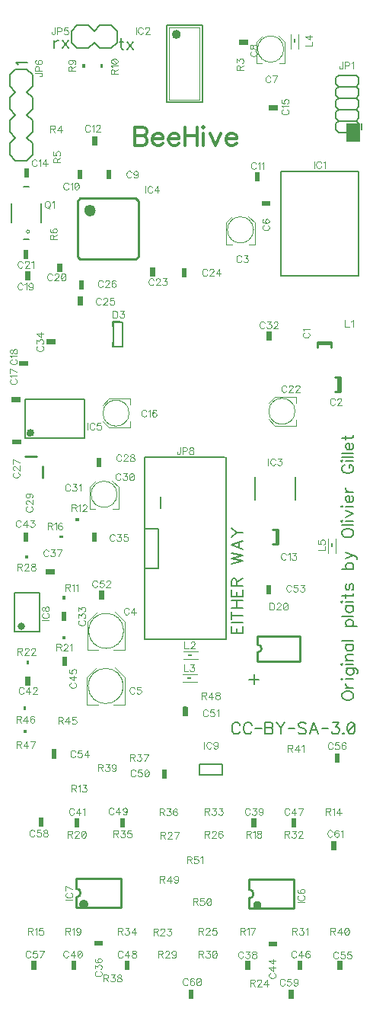
<source format=gto>
G04 DipTrace 3.2.0.1*
G04 beehive.GTO*
%MOIN*%
G04 #@! TF.FileFunction,Legend,Top*
G04 #@! TF.Part,Single*
%ADD10C,0.009843*%
%ADD14C,0.01*%
%ADD15C,0.008*%
%ADD16C,0.006*%
%ADD24O,0.03353X0.032749*%
%ADD25O,0.050685X0.049906*%
%ADD26C,0.038022*%
%ADD27O,0.032812X0.031211*%
%ADD28C,0.041009*%
%ADD29O,0.037282X0.037766*%
%ADD30C,0.000013*%
%ADD31C,0.004*%
%ADD37C,0.005*%
%ADD38C,0.002*%
%ADD44C,0.002756*%
%ADD79C,0.004632*%
%ADD80C,0.012351*%
%ADD81C,0.00772*%
%FSLAX26Y26*%
G04*
G70*
G90*
G75*
G01*
G04 TopSilk*
%LPD*%
X1756042Y3290017D2*
D10*
X1818971D1*
X1756042Y3297466D2*
X1818971D1*
X1756042D2*
Y3273907D1*
X1818971Y3297466D2*
Y3273907D1*
X1848751Y3142437D2*
Y3079508D1*
X1856200Y3142437D2*
Y3079508D1*
Y3142437D2*
X1832641D1*
X1856200Y3079508D2*
X1832641D1*
X1363181Y3786963D2*
D30*
G02X1363181Y3786963I57083J0D01*
G01*
X1382859Y3743662D2*
D31*
G02X1382859Y3830265I37399J43302D01*
G01*
X1457669Y3743662D2*
G03X1455691Y3832239I-37384J43476D01*
G01*
X1382859Y3723976D2*
X1357272D1*
Y3818457D1*
X1384837Y3846021D1*
X1455691D2*
X1483256Y3818457D1*
Y3723976D1*
X1457669D1*
X755222Y2032589D2*
D30*
G02X755222Y2032589I76774J0D01*
G01*
X798529Y1963686D2*
D31*
G02X798529Y2101492I33484J68903D01*
G01*
X865464Y1963686D2*
G03X865464Y2101492I-33483J68903D01*
G01*
X798529Y1949910D2*
X749319D1*
Y2071963D1*
X792625Y2115269D1*
X871367D2*
X914674Y2071963D1*
Y1949910D1*
X865464D1*
X753432Y1791417D2*
D30*
G02X753432Y1791417I76774J0D01*
G01*
X796739Y1722514D2*
D31*
G02X796739Y1860321I33484J68903D01*
G01*
X863674Y1722514D2*
G03X863674Y1860321I-33483J68903D01*
G01*
X796739Y1708738D2*
X747529D1*
Y1830791D1*
X790835Y1874097D1*
X869577D2*
X912883Y1830791D1*
Y1708738D1*
X863674D1*
G36*
X1551834Y3913323D2*
Y3892080D1*
X1512609D1*
Y3913323D1*
X1551834D1*
G37*
X1495488Y4577924D2*
D30*
G02X1495488Y4577924I57083J0D01*
G01*
X1515166Y4534622D2*
D31*
G02X1515166Y4621226I37399J43302D01*
G01*
X1589976Y4534622D2*
G03X1587998Y4623200I-37384J43476D01*
G01*
X1515166Y4514937D2*
X1489579D1*
Y4609418D1*
X1517144Y4636981D1*
X1587998D2*
X1615563Y4609418D1*
Y4514937D1*
X1589976D1*
G36*
X1452638Y4618104D2*
Y4596861D1*
X1413414D1*
Y4618104D1*
X1452638D1*
G37*
G36*
X833902Y4050036D2*
X855144D1*
Y4010811D1*
X833902D1*
Y4050036D1*
G37*
G36*
X727683Y4009938D2*
X706440D1*
Y4049163D1*
X727683D1*
Y4009938D1*
G37*
G36*
X1483722Y4039289D2*
X1504965D1*
Y4000064D1*
X1483722D1*
Y4039289D1*
G37*
G36*
X771691Y4196436D2*
X792933D1*
Y4157211D1*
X771691D1*
Y4196436D1*
G37*
X1577815Y2475614D2*
D10*
Y2412685D1*
X1585264Y2475614D2*
Y2412685D1*
Y2475614D2*
X1561705D1*
X1585264Y2412685D2*
X1561705D1*
G36*
X493916Y4015759D2*
X472674D1*
Y4054983D1*
X493916D1*
Y4015759D1*
G37*
G36*
X1582863Y4331843D2*
Y4310601D1*
X1543639D1*
Y4331843D1*
X1582863D1*
G37*
X818330Y2985259D2*
D30*
G02X818330Y2985259I57083J0D01*
G01*
X918715Y2947854D2*
D31*
G02X832112Y2947854I-43302J37399D01*
G01*
X918715Y3022663D2*
G03X830138Y3020685I-43476J-37384D01*
G01*
X938401Y2947854D2*
Y2922266D1*
X843920D1*
X816356Y2949832D1*
Y3020685D2*
X843920Y3048251D1*
X938401D1*
Y3022663D1*
G36*
X456071Y3054374D2*
X416847D1*
Y3033132D1*
X456071D1*
Y3054374D1*
G37*
G36*
X452198Y3191574D2*
X491423D1*
Y3212816D1*
X452198D1*
Y3191574D1*
G37*
G36*
X499235Y3567038D2*
X477993D1*
Y3606263D1*
X499235D1*
Y3567038D1*
G37*
G36*
X618275Y3640742D2*
X639517D1*
Y3601517D1*
X618275D1*
Y3640742D1*
G37*
G36*
X470490Y3699538D2*
X491732D1*
Y3660314D1*
X470490D1*
Y3699538D1*
G37*
X1544868Y2993272D2*
D30*
G02X1544868Y2993272I57083J0D01*
G01*
X1645253Y2955867D2*
D31*
G02X1558650Y2955867I-43302J37399D01*
G01*
X1645253Y3030676D2*
G03X1556676Y3028699I-43476J-37384D01*
G01*
X1664939Y2955867D2*
Y2930280D1*
X1570458D1*
X1542894Y2957845D1*
Y3028699D2*
X1570458Y3056264D1*
X1664939D1*
Y3030676D1*
G36*
X1024635Y3622627D2*
X1045878D1*
Y3583403D1*
X1024635D1*
Y3622627D1*
G37*
G36*
X1162782Y3620193D2*
X1184025D1*
Y3580969D1*
X1162782D1*
Y3620193D1*
G37*
G36*
X729412Y3455547D2*
X708170D1*
Y3494772D1*
X729412D1*
Y3455547D1*
G37*
G36*
X734033Y3525427D2*
X712791D1*
Y3564651D1*
X734033D1*
Y3525427D1*
G37*
G36*
X422053Y2848030D2*
Y2869273D1*
X461277D1*
Y2848030D1*
X422053D1*
G37*
G36*
X789239Y2788526D2*
X810482D1*
Y2749302D1*
X789239D1*
Y2788526D1*
G37*
X477461Y2796583D2*
D10*
X528603D1*
X765744Y2630231D2*
D30*
G02X765744Y2630231I57083J0D01*
G01*
X785422Y2586929D2*
D31*
G02X785422Y2673533I37399J43302D01*
G01*
X860232Y2586929D2*
G03X858254Y2675507I-37384J43476D01*
G01*
X785422Y2567244D2*
X759835D1*
Y2661725D1*
X787400Y2689289D1*
X858254D2*
X885819Y2661725D1*
Y2567244D1*
X860232D1*
X554422Y2702525D2*
D10*
Y2753667D1*
G36*
X1555792Y3303088D2*
X1534549D1*
Y3342312D1*
X1555792D1*
Y3303088D1*
G37*
G36*
X658630Y2076513D2*
X637388D1*
Y2115738D1*
X658630D1*
Y2076513D1*
G37*
G36*
X610714Y3308782D2*
Y3287540D1*
X571490D1*
Y3308782D1*
X610714D1*
G37*
G36*
X770490Y2463526D2*
X791732D1*
Y2424302D1*
X770490D1*
Y2463526D1*
G37*
G36*
X818347Y676450D2*
Y655208D1*
X779122D1*
Y676450D1*
X818347D1*
G37*
G36*
X566890Y2280664D2*
X606114D1*
Y2301907D1*
X566890D1*
Y2280664D1*
G37*
G36*
X1463324Y549298D2*
X1442082D1*
Y588522D1*
X1463324D1*
Y549298D1*
G37*
G36*
X1489881Y1174298D2*
X1468638D1*
Y1213522D1*
X1489881D1*
Y1174298D1*
G37*
G36*
X701254Y549298D2*
X680011D1*
Y588522D1*
X701254D1*
Y549298D1*
G37*
G36*
X714881Y1174298D2*
X693638D1*
Y1213522D1*
X714881D1*
Y1174298D1*
G37*
G36*
X500166Y1793047D2*
X478923D1*
Y1832272D1*
X500166D1*
Y1793047D1*
G37*
G36*
X492096Y2424298D2*
X470854D1*
Y2463522D1*
X492096D1*
Y2424298D1*
G37*
G36*
X1582137Y672494D2*
Y651251D1*
X1542912D1*
Y672494D1*
X1582137D1*
G37*
G36*
X660579Y1880672D2*
X639337D1*
Y1919896D1*
X660579D1*
Y1880672D1*
G37*
G36*
X1669831Y588526D2*
X1691074D1*
Y549302D1*
X1669831D1*
Y588526D1*
G37*
G36*
X1643275Y1213526D2*
X1664517D1*
Y1174302D1*
X1643275D1*
Y1213526D1*
G37*
G36*
X913227Y588526D2*
X934470D1*
Y549302D1*
X913227D1*
Y588526D1*
G37*
G36*
X893275Y1213526D2*
X914517D1*
Y1174302D1*
X893275D1*
Y1213526D1*
G37*
G36*
X1098345Y1387206D2*
X1077103D1*
Y1426431D1*
X1098345D1*
Y1387206D1*
G37*
G36*
X1168321Y1698828D2*
X1189563D1*
Y1659604D1*
X1168321D1*
Y1698828D1*
G37*
G36*
X801440Y2209727D2*
X822682D1*
Y2170503D1*
X801440D1*
Y2209727D1*
G37*
G36*
X1555415Y2193907D2*
X1534172D1*
Y2233131D1*
X1555415D1*
Y2193907D1*
G37*
G36*
X614608Y1474756D2*
X593365D1*
Y1513980D1*
X614608D1*
Y1474756D1*
G37*
G36*
X1866437Y549298D2*
X1845195D1*
Y588522D1*
X1866437D1*
Y549298D1*
G37*
G36*
X1832990Y1494776D2*
X1854232D1*
Y1455551D1*
X1832990D1*
Y1494776D1*
G37*
G36*
X504647Y588526D2*
X525890D1*
Y549302D1*
X504647D1*
Y588526D1*
G37*
G36*
X557172Y1175629D2*
X535930D1*
Y1214853D1*
X557172D1*
Y1175629D1*
G37*
G36*
X1631803Y463526D2*
X1653046D1*
Y424302D1*
X1631803D1*
Y463526D1*
G37*
G36*
X1193275D2*
X1214517D1*
Y424302D1*
X1193275D1*
Y463526D1*
G37*
G36*
X1839881Y1074298D2*
X1818638D1*
Y1113522D1*
X1839881D1*
Y1074298D1*
G37*
X892901Y3275190D2*
D16*
X860912D1*
Y3297191D1*
Y3387194D2*
X892901D1*
X860912Y3365192D2*
Y3387194D1*
X1495410Y1900459D2*
D10*
X1680457D1*
Y2008739D1*
Y2010701D2*
X1495410D1*
Y1971338D1*
Y1900459D2*
Y1939822D1*
G03X1495410Y1971338I1844J15758D01*
G01*
X1936013Y3586652D2*
D37*
Y4043345D1*
Y3586652D2*
X1597431D1*
Y4043345D1*
X1936013D1*
X1121138Y4641903D2*
D30*
G02X1121138Y4641903I18004J0D01*
G01*
X1096583Y4684209D2*
D16*
Y4345626D1*
X1254074D2*
X1096583D1*
X1254074D2*
Y4684209D1*
X1096583D2*
X1254074D1*
X1108391Y4672392D2*
D38*
Y4357443D1*
X1242266D2*
X1108391D1*
X1242266D2*
Y4672392D1*
X1108391D2*
X1242266D1*
X1660277Y2704440D2*
D37*
Y2607451D1*
X1484293D2*
Y2704440D1*
X737782Y3870643D2*
D30*
G02X737782Y3870643I23619J0D01*
G01*
X962191Y3924782D2*
D14*
X973038Y3913935D1*
Y3669852D1*
X962191Y3659006D1*
X718109D1*
X707262Y3669852D1*
Y3913935D1*
X718109Y3924782D1*
X962191D1*
X485817Y2893409D2*
D30*
G02X485817Y2893409I8842J0D01*
G01*
X737011Y2891155D2*
D16*
Y3033171D1*
X477326D2*
Y2986663D1*
Y2937663D1*
Y2891155D1*
X1457424Y819177D2*
D10*
X1654275D1*
X1457424Y945146D2*
X1654275D1*
Y819177D2*
Y945146D1*
X1457424Y819177D2*
Y862473D1*
Y901850D2*
Y945146D1*
Y862473D2*
G03X1457424Y901850I-3J19688D01*
G01*
X700152Y822906D2*
X897004D1*
X700152Y948874D2*
X897004D1*
Y822906D2*
Y948874D1*
X700152Y822906D2*
Y866202D1*
Y905578D2*
Y948874D1*
Y866202D2*
G03X700152Y905578I-3J19688D01*
G01*
X447830Y2051342D2*
D30*
G02X447830Y2051342I12793J0D01*
G01*
X541332Y2030663D2*
D15*
Y2199974D1*
X431096D1*
Y2030663D1*
X541332D1*
X1926452Y4213955D2*
D16*
X1938951Y4226455D1*
Y4251455D2*
X1926452Y4263955D1*
X1938951Y4276455D1*
Y4301455D2*
X1926452Y4313955D1*
X1938951Y4326455D1*
Y4351455D2*
X1926452Y4363955D1*
X1938951Y4376455D1*
Y4401455D2*
X1926452Y4413955D1*
Y4213955D2*
X1851449D1*
X1838950Y4226455D1*
Y4251455D1*
X1851449Y4263955D1*
X1838950Y4276455D1*
Y4301455D1*
X1851449Y4313955D1*
X1838950Y4326455D1*
Y4351455D1*
X1851449Y4363955D1*
X1838950Y4376455D1*
Y4401455D1*
X1851449Y4413955D1*
Y4263955D2*
X1926452D1*
X1851449Y4313955D2*
X1926452D1*
X1851449Y4363955D2*
X1926452D1*
X1851449Y4413955D2*
X1926452D1*
X1938951Y4376455D2*
Y4401455D1*
Y4326455D2*
Y4351455D1*
Y4276455D2*
Y4301455D1*
Y4226455D2*
Y4251455D1*
X1926452Y4413955D2*
X1938951Y4426455D1*
Y4451455D2*
X1926452Y4463955D1*
X1851449Y4413955D2*
X1838950Y4426455D1*
Y4451455D1*
X1851449Y4463955D1*
X1926452D1*
X1938951Y4426455D2*
Y4451455D1*
X1951450Y4226455D2*
D15*
Y4251455D1*
X704078Y4681412D2*
X754078D1*
X779078Y4656412D1*
Y4606412D2*
X754078Y4581412D1*
X779078Y4656412D2*
X804078Y4681412D1*
X854078D1*
X879078Y4656412D1*
Y4606412D2*
X854078Y4581412D1*
X804078D1*
X779078Y4606412D1*
X679078Y4656412D2*
Y4606412D1*
X704078Y4681412D2*
X679078Y4656412D1*
Y4606412D2*
X704078Y4581412D1*
X754078D2*
X704078D1*
X879078Y4656412D2*
Y4606412D1*
X510327Y4164849D2*
Y4114849D1*
X485327Y4089849D1*
X435327D2*
X410327Y4114849D1*
X485327Y4289849D2*
X510327Y4264849D1*
Y4214849D1*
X485327Y4189849D1*
X435327D2*
X410327Y4214849D1*
Y4264849D1*
X435327Y4289849D1*
X510327Y4164849D2*
X485327Y4189849D1*
X435327D2*
X410327Y4164849D1*
Y4114849D2*
Y4164849D1*
X510327Y4464849D2*
Y4414849D1*
X485327Y4389849D1*
X435327D2*
X410327Y4414849D1*
X485327Y4389849D2*
X510327Y4364849D1*
Y4314849D1*
X485327Y4289849D1*
X435327D2*
X410327Y4314849D1*
Y4364849D1*
X435327Y4389849D1*
X485327Y4489849D2*
X435327D1*
X510327Y4464849D2*
X485327Y4489849D1*
X435327D2*
X410327Y4464849D1*
Y4414849D2*
Y4464849D1*
X485327Y4089849D2*
X435327D1*
X1069838Y2618896D2*
Y2568873D1*
X1356243Y2791550D2*
Y1996274D1*
X1001912D2*
Y2307307D1*
Y2480518D1*
Y2791550D1*
X1352310D1*
X1356243Y1996274D2*
X1001912D1*
Y2480518D2*
X1060979D1*
Y2307307D1*
X1001912D1*
G36*
X1206546Y1930509D2*
X1190804D1*
Y1922623D1*
X1206546D1*
Y1930509D1*
G37*
X1171117Y1942320D2*
D44*
X1234103D1*
Y1910824D2*
X1171117D1*
G36*
X1203630Y1829698D2*
X1187888D1*
Y1821812D1*
X1203630D1*
Y1829698D1*
G37*
X1168201Y1841509D2*
D44*
X1231187D1*
Y1810013D2*
X1168201D1*
G36*
X1661664Y4605640D2*
Y4621381D1*
X1653778D1*
Y4605640D1*
X1661664D1*
G37*
X1673475Y4641068D2*
D44*
Y4578082D1*
X1641979D2*
Y4641068D1*
G36*
X1824406Y2399850D2*
X1816519D1*
Y2415591D1*
X1824406D1*
Y2399850D1*
G37*
X1836217Y2435278D2*
D44*
Y2372292D1*
X1804721D2*
Y2435278D1*
X482537Y3779579D2*
D30*
G02X482537Y3779579I7166J0D01*
G01*
X416875Y3818942D2*
D15*
Y3901636D1*
X470030Y3974458D2*
X493638D1*
X546793Y3901636D2*
Y3818942D1*
X493638Y3746120D2*
X470030D1*
G36*
X476734Y2362244D2*
X490374D1*
Y2347777D1*
X476734D1*
Y2362244D1*
G37*
G36*
X483658Y1903134D2*
X494662D1*
Y1887129D1*
X483658D1*
Y1903134D1*
G37*
G36*
X471365Y1703723D2*
X482351D1*
Y1686661D1*
X471365D1*
Y1703723D1*
G37*
G36*
X470633Y1598784D2*
X483815D1*
Y1586333D1*
X470633D1*
Y1598784D1*
G37*
G36*
X639864Y2009253D2*
X654389D1*
Y1995333D1*
X639864D1*
Y2009253D1*
G37*
G36*
X641074Y2185371D2*
X655600D1*
Y2169030D1*
X641074D1*
Y2185371D1*
G37*
G36*
X696998Y2526138D2*
X714719D1*
Y2511961D1*
X696998D1*
Y2526138D1*
G37*
G36*
X628768Y2449933D2*
X644718D1*
Y2439299D1*
X628768D1*
Y2449933D1*
G37*
G36*
X1196285Y463344D2*
X1211415D1*
Y427032D1*
X1196285D1*
Y463344D1*
G37*
G36*
X593655Y1515277D2*
X614125D1*
Y1472390D1*
X593655D1*
Y1515277D1*
G37*
G36*
X1171696Y1701396D2*
X1184901D1*
Y1659581D1*
X1171696D1*
Y1701396D1*
G37*
X863238Y3382152D2*
D16*
X905313D1*
Y3277232D1*
X863238D1*
Y3382152D1*
X1241768Y1448686D2*
X1341656D1*
Y1402932D1*
X1241768D1*
Y1448686D1*
G36*
X807240Y4511202D2*
X818562D1*
Y4495161D1*
X807240D1*
Y4511202D1*
G37*
G36*
X727041Y4512146D2*
X740251D1*
Y4497049D1*
X727041D1*
Y4512146D1*
G37*
X478855Y3047110D2*
D16*
X736177D1*
Y2877121D1*
X478855D1*
Y3047110D1*
D24*
X501078Y2898174D3*
D25*
X761536Y3871394D3*
D26*
X1139102Y4641201D3*
D27*
X461515Y2051990D3*
D28*
X734207Y835891D3*
D29*
X1492577Y833529D3*
G36*
X1885280Y4253942D2*
X1943407D1*
Y4171004D1*
X1885280D1*
Y4253942D1*
G37*
X1700309Y3337447D2*
D79*
X1697458Y3336021D1*
X1694573Y3333136D1*
X1693147Y3330284D1*
Y3324547D1*
X1694572Y3321662D1*
X1697458Y3318810D1*
X1700309Y3317351D1*
X1704620Y3315925D1*
X1711817D1*
X1716094Y3317351D1*
X1718980Y3318810D1*
X1721831Y3321662D1*
X1723291Y3324547D1*
Y3330284D1*
X1721831Y3333136D1*
X1718980Y3336021D1*
X1716094Y3337447D1*
X1698917Y3346711D2*
X1697458Y3349596D1*
X1693180Y3353907D1*
X1723291D1*
X1834142Y3043267D2*
X1832716Y3046119D1*
X1829831Y3049004D1*
X1826979Y3050430D1*
X1821242D1*
X1818357Y3049004D1*
X1815505Y3046119D1*
X1814046Y3043267D1*
X1812620Y3038956D1*
Y3031760D1*
X1814046Y3027482D1*
X1815505Y3024597D1*
X1818357Y3021745D1*
X1821242Y3020286D1*
X1826979D1*
X1829831Y3021745D1*
X1832716Y3024597D1*
X1834142Y3027482D1*
X1844865Y3043234D2*
Y3044660D1*
X1846290Y3047545D1*
X1847716Y3048971D1*
X1850602Y3050397D1*
X1856338D1*
X1859190Y3048971D1*
X1860616Y3047545D1*
X1862075Y3044660D1*
Y3041808D1*
X1860616Y3038923D1*
X1857764Y3034645D1*
X1843405Y3020286D1*
X1863501D1*
X1424307Y3668184D2*
X1422881Y3671036D1*
X1419996Y3673921D1*
X1417144Y3675347D1*
X1411407D1*
X1408522Y3673921D1*
X1405670Y3671036D1*
X1404211Y3668184D1*
X1402785Y3663873D1*
Y3656677D1*
X1404211Y3652399D1*
X1405670Y3649514D1*
X1408522Y3646662D1*
X1411407Y3645203D1*
X1417144D1*
X1419996Y3646662D1*
X1422881Y3649514D1*
X1424307Y3652399D1*
X1436456Y3675314D2*
X1452208D1*
X1443619Y3663840D1*
X1447930D1*
X1450782Y3662414D1*
X1452208Y3660988D1*
X1453667Y3656677D1*
Y3653825D1*
X1452208Y3649514D1*
X1449356Y3646629D1*
X1445045Y3645203D1*
X1440734D1*
X1436456Y3646629D1*
X1435030Y3648088D1*
X1433571Y3650940D1*
X931671Y2127054D2*
X930245Y2129906D1*
X927360Y2132791D1*
X924508Y2134217D1*
X918771D1*
X915886Y2132791D1*
X913034Y2129906D1*
X911575Y2127054D1*
X910149Y2122743D1*
Y2115547D1*
X911575Y2111269D1*
X913034Y2108384D1*
X915886Y2105532D1*
X918771Y2104073D1*
X924508D1*
X927360Y2105532D1*
X930245Y2108384D1*
X931671Y2111269D1*
X955293Y2104073D2*
Y2134184D1*
X940934Y2114121D1*
X962456D1*
X956751Y1780334D2*
X955325Y1783186D1*
X952440Y1786071D1*
X949588Y1787497D1*
X943851D1*
X940966Y1786071D1*
X938114Y1783186D1*
X936655Y1780334D1*
X935229Y1776023D1*
Y1768827D1*
X936655Y1764549D1*
X938114Y1761664D1*
X940966Y1758812D1*
X943851Y1757353D1*
X949588D1*
X952440Y1758812D1*
X955325Y1761664D1*
X956751Y1764549D1*
X983226Y1787463D2*
X968900D1*
X967474Y1774564D1*
X968900Y1775990D1*
X973211Y1777449D1*
X977489D1*
X981800Y1775990D1*
X984685Y1773138D1*
X986111Y1768827D1*
Y1765975D1*
X984685Y1761664D1*
X981800Y1758779D1*
X977489Y1757353D1*
X973211D1*
X968900Y1758779D1*
X967474Y1760238D1*
X966015Y1763090D1*
X1523460Y3807117D2*
X1520608Y3805691D1*
X1517723Y3802806D1*
X1516297Y3799954D1*
Y3794217D1*
X1517723Y3791332D1*
X1520608Y3788480D1*
X1523460Y3787021D1*
X1527771Y3785595D1*
X1534967D1*
X1539245Y3787021D1*
X1542130Y3788480D1*
X1544982Y3791332D1*
X1546441Y3794217D1*
Y3799954D1*
X1544982Y3802806D1*
X1542130Y3805691D1*
X1539245Y3807117D1*
X1520609Y3833591D2*
X1517757Y3832165D1*
X1516331Y3827854D1*
Y3825002D1*
X1517757Y3820691D1*
X1522068Y3817806D1*
X1529231Y3816380D1*
X1536393D1*
X1542130Y3817806D1*
X1545016Y3820691D1*
X1546441Y3825002D1*
Y3826428D1*
X1545016Y3830706D1*
X1542130Y3833591D1*
X1537819Y3835017D1*
X1536393D1*
X1532082Y3833591D1*
X1529231Y3830706D1*
X1527805Y3826428D1*
Y3825002D1*
X1529231Y3820691D1*
X1532082Y3817806D1*
X1536393Y3816380D1*
X1552190Y4454033D2*
X1550764Y4456885D1*
X1547879Y4459770D1*
X1545027Y4461196D1*
X1539291D1*
X1536405Y4459770D1*
X1533554Y4456885D1*
X1532094Y4454033D1*
X1530668Y4449722D1*
Y4442526D1*
X1532094Y4438248D1*
X1533554Y4435363D1*
X1536405Y4432512D1*
X1539291Y4431052D1*
X1545027D1*
X1547879Y4432512D1*
X1550764Y4435363D1*
X1552190Y4438248D1*
X1567191Y4431052D2*
X1581550Y4461163D1*
X1561454D1*
X1469678Y4568149D2*
X1466826Y4566723D1*
X1463941Y4563838D1*
X1462515Y4560986D1*
Y4555249D1*
X1463941Y4552364D1*
X1466826Y4549512D1*
X1469678Y4548053D1*
X1473989Y4546627D1*
X1481185D1*
X1485463Y4548053D1*
X1488348Y4549512D1*
X1491200Y4552364D1*
X1492659Y4555249D1*
Y4560986D1*
X1491200Y4563838D1*
X1488348Y4566723D1*
X1485463Y4568149D1*
X1462548Y4584576D2*
X1463974Y4580298D1*
X1466826Y4578839D1*
X1469711D1*
X1472563Y4580298D1*
X1474022Y4583150D1*
X1475448Y4588887D1*
X1476874Y4593198D1*
X1479759Y4596050D1*
X1482611Y4597475D1*
X1486922D1*
X1489774Y4596049D1*
X1491233Y4594624D1*
X1492659Y4590313D1*
Y4584576D1*
X1491233Y4580298D1*
X1489774Y4578839D1*
X1486922Y4577413D1*
X1482611D1*
X1479759Y4578839D1*
X1476874Y4581724D1*
X1475448Y4586002D1*
X1474022Y4591738D1*
X1472563Y4594624D1*
X1469711Y4596050D1*
X1466826D1*
X1463974Y4594624D1*
X1462548Y4590313D1*
Y4584576D1*
X943074Y4037904D2*
X941648Y4040755D1*
X938763Y4043641D1*
X935911Y4045066D1*
X930174D1*
X927289Y4043641D1*
X924437Y4040755D1*
X922978Y4037904D1*
X921552Y4033593D1*
Y4026396D1*
X922978Y4022119D1*
X924437Y4019233D1*
X927289Y4016382D1*
X930174Y4014922D1*
X935911D1*
X938763Y4016382D1*
X941648Y4019233D1*
X943074Y4022119D1*
X971008Y4035018D2*
X969548Y4030707D1*
X966697Y4027822D1*
X962386Y4026396D1*
X960960D1*
X956649Y4027822D1*
X953797Y4030707D1*
X952338Y4035018D1*
Y4036444D1*
X953797Y4040755D1*
X956649Y4043607D1*
X960960Y4045033D1*
X962386D1*
X966697Y4043607D1*
X969548Y4040755D1*
X971008Y4035018D1*
Y4027822D1*
X969548Y4020659D1*
X966697Y4016348D1*
X962386Y4014922D1*
X959534D1*
X955223Y4016348D1*
X953797Y4019233D1*
X667245Y3986247D2*
X665819Y3989099D1*
X662934Y3991984D1*
X660082Y3993410D1*
X654345D1*
X651460Y3991984D1*
X648608Y3989099D1*
X647149Y3986247D1*
X645723Y3981936D1*
Y3974740D1*
X647149Y3970462D1*
X648608Y3967577D1*
X651460Y3964725D1*
X654345Y3963266D1*
X660082D1*
X662934Y3964725D1*
X665819Y3967577D1*
X667245Y3970462D1*
X676509Y3987640D2*
X679394Y3989099D1*
X683705Y3993377D1*
Y3963266D1*
X701591Y3993377D2*
X697280Y3991951D1*
X694395Y3987640D1*
X692969Y3980477D1*
Y3976166D1*
X694395Y3969003D1*
X697280Y3964692D1*
X701591Y3963266D1*
X704443D1*
X708754Y3964692D1*
X711605Y3969003D1*
X713065Y3976166D1*
Y3980477D1*
X711605Y3987640D1*
X708754Y3991951D1*
X704443Y3993377D1*
X701591D1*
X711605Y3987640D2*
X694395Y3969003D1*
X1488827Y4076131D2*
X1487401Y4078982D1*
X1484516Y4081868D1*
X1481664Y4083294D1*
X1475927D1*
X1473042Y4081868D1*
X1470190Y4078982D1*
X1468731Y4076131D1*
X1467305Y4071820D1*
Y4064623D1*
X1468731Y4060346D1*
X1470190Y4057461D1*
X1473042Y4054609D1*
X1475927Y4053150D1*
X1481664D1*
X1484516Y4054609D1*
X1487401Y4057461D1*
X1488827Y4060346D1*
X1498090Y4077523D2*
X1500975Y4078982D1*
X1505286Y4083260D1*
Y4053150D1*
X1514550Y4077523D2*
X1517435Y4078982D1*
X1521746Y4083260D1*
Y4053150D1*
X761251Y4239111D2*
X759825Y4241963D1*
X756940Y4244848D1*
X754088Y4246274D1*
X748351D1*
X745466Y4244848D1*
X742614Y4241963D1*
X741155Y4239111D1*
X739729Y4234800D1*
Y4227604D1*
X741155Y4223326D1*
X742614Y4220441D1*
X745466Y4217589D1*
X748351Y4216130D1*
X754088D1*
X756940Y4217589D1*
X759825Y4220441D1*
X761251Y4223326D1*
X770514Y4240504D2*
X773399Y4241963D1*
X777710Y4246241D1*
Y4216130D1*
X788433Y4239078D2*
Y4240504D1*
X789859Y4243389D1*
X791285Y4244815D1*
X794170Y4246241D1*
X799907D1*
X802759Y4244815D1*
X804185Y4243389D1*
X805644Y4240504D1*
Y4237652D1*
X804185Y4234767D1*
X801333Y4230489D1*
X786974Y4216130D1*
X807070D1*
X1619760Y2365868D2*
X1618334Y2368720D1*
X1615449Y2371605D1*
X1612597Y2373031D1*
X1606860D1*
X1603975Y2371605D1*
X1601123Y2368720D1*
X1599664Y2365868D1*
X1598238Y2361557D1*
Y2354361D1*
X1599664Y2350083D1*
X1601123Y2347198D1*
X1603975Y2344346D1*
X1606860Y2342887D1*
X1612597D1*
X1615449Y2344346D1*
X1618334Y2347198D1*
X1619760Y2350083D1*
X1629023Y2367261D2*
X1631908Y2368720D1*
X1636219Y2372998D1*
Y2342887D1*
X1648368Y2372998D2*
X1664120D1*
X1655531Y2361524D1*
X1659842D1*
X1662694Y2360098D1*
X1664120Y2358672D1*
X1665579Y2354361D1*
Y2351509D1*
X1664120Y2347198D1*
X1661268Y2344313D1*
X1656957Y2342887D1*
X1652646D1*
X1648368Y2344313D1*
X1646942Y2345772D1*
X1645483Y2348624D1*
X528750Y4088054D2*
X527324Y4090906D1*
X524439Y4093791D1*
X521587Y4095217D1*
X515850D1*
X512965Y4093791D1*
X510113Y4090906D1*
X508654Y4088054D1*
X507228Y4083743D1*
Y4076547D1*
X508654Y4072269D1*
X510113Y4069384D1*
X512965Y4066533D1*
X515850Y4065073D1*
X521587D1*
X524439Y4066533D1*
X527324Y4069384D1*
X528750Y4072269D1*
X538014Y4089447D2*
X540899Y4090906D1*
X545210Y4095184D1*
Y4065073D1*
X568832D2*
Y4095184D1*
X554473Y4075121D1*
X575995D1*
X1608121Y4313061D2*
X1605269Y4311635D1*
X1602384Y4308750D1*
X1600958Y4305898D1*
Y4300161D1*
X1602384Y4297276D1*
X1605269Y4294424D1*
X1608121Y4292965D1*
X1612432Y4291539D1*
X1619628D1*
X1623906Y4292965D1*
X1626791Y4294424D1*
X1629643Y4297276D1*
X1631102Y4300161D1*
Y4305898D1*
X1629643Y4308749D1*
X1626791Y4311635D1*
X1623906Y4313061D1*
X1606728Y4322324D2*
X1605269Y4325209D1*
X1600991Y4329520D1*
X1631102D1*
X1600991Y4355995D2*
Y4341669D1*
X1613891Y4340243D1*
X1612465Y4341669D1*
X1611006Y4345980D1*
Y4350258D1*
X1612465Y4354569D1*
X1615317Y4357454D1*
X1619628Y4358880D1*
X1622480D1*
X1626791Y4357454D1*
X1629676Y4354569D1*
X1631102Y4350258D1*
Y4345980D1*
X1629676Y4341669D1*
X1628217Y4340243D1*
X1625365Y4338784D1*
X1008985Y2992548D2*
X1007559Y2995400D1*
X1004674Y2998285D1*
X1001823Y2999711D1*
X996086D1*
X993200Y2998285D1*
X990349Y2995400D1*
X988889Y2992548D1*
X987463Y2988237D1*
Y2981041D1*
X988889Y2976763D1*
X990349Y2973878D1*
X993200Y2971026D1*
X996086Y2969567D1*
X1001823D1*
X1004674Y2971026D1*
X1007559Y2973878D1*
X1008985Y2976763D1*
X1018249Y2993941D2*
X1021134Y2995400D1*
X1025445Y2999678D1*
Y2969567D1*
X1051920Y2995400D2*
X1050494Y2998252D1*
X1046183Y2999678D1*
X1043331D1*
X1039020Y2998252D1*
X1036135Y2993941D1*
X1034709Y2986778D1*
Y2979615D1*
X1036135Y2973878D1*
X1039020Y2970993D1*
X1043331Y2969567D1*
X1044757D1*
X1049034Y2970993D1*
X1051920Y2973878D1*
X1053346Y2978189D1*
Y2979615D1*
X1051920Y2983926D1*
X1049034Y2986778D1*
X1044757Y2988204D1*
X1043331D1*
X1039020Y2986778D1*
X1036135Y2983926D1*
X1034709Y2979615D1*
X418227Y3134384D2*
X415375Y3132958D1*
X412490Y3130073D1*
X411064Y3127221D1*
Y3121484D1*
X412490Y3118599D1*
X415375Y3115748D1*
X418227Y3114288D1*
X422538Y3112862D1*
X429734D1*
X434012Y3114288D1*
X436897Y3115748D1*
X439749Y3118599D1*
X441208Y3121484D1*
Y3127221D1*
X439749Y3130073D1*
X436897Y3132958D1*
X434012Y3134384D1*
X416834Y3143648D2*
X415375Y3146533D1*
X411097Y3150844D1*
X441208D1*
Y3165844D2*
X411097Y3180203D1*
Y3160108D1*
X419220Y3219732D2*
X416368Y3218306D1*
X413483Y3215421D1*
X412057Y3212569D1*
Y3206832D1*
X413483Y3203947D1*
X416368Y3201095D1*
X419220Y3199636D1*
X423531Y3198210D1*
X430727D1*
X435005Y3199636D1*
X437890Y3201095D1*
X440742Y3203947D1*
X442201Y3206832D1*
Y3212569D1*
X440742Y3215421D1*
X437890Y3218306D1*
X435005Y3219732D1*
X417827Y3228995D2*
X416368Y3231880D1*
X412090Y3236191D1*
X442201D1*
X412090Y3252618D2*
X413516Y3248340D1*
X416368Y3246881D1*
X419253D1*
X422105Y3248340D1*
X423564Y3251192D1*
X424990Y3256929D1*
X426416Y3261240D1*
X429301Y3264092D1*
X432153Y3265518D1*
X436464D1*
X439316Y3264092D1*
X440775Y3262666D1*
X442201Y3258355D1*
Y3252618D1*
X440775Y3248340D1*
X439316Y3246881D1*
X436464Y3245455D1*
X432153D1*
X429301Y3246881D1*
X426416Y3249766D1*
X424990Y3254044D1*
X423564Y3259781D1*
X422105Y3262666D1*
X419253Y3264092D1*
X416368D1*
X413516Y3262666D1*
X412090Y3258355D1*
Y3252618D1*
X466355Y3547338D2*
X464929Y3550190D1*
X462044Y3553075D1*
X459192Y3554501D1*
X453455D1*
X450570Y3553075D1*
X447718Y3550190D1*
X446259Y3547338D1*
X444833Y3543027D1*
Y3535831D1*
X446259Y3531553D1*
X447718Y3528668D1*
X450570Y3525816D1*
X453455Y3524357D1*
X459192D1*
X462044Y3525816D1*
X464929Y3528668D1*
X466355Y3531553D1*
X475618Y3548731D2*
X478503Y3550190D1*
X482814Y3554468D1*
Y3524357D1*
X510748Y3544453D2*
X509289Y3540142D1*
X506437Y3537257D1*
X502126Y3535831D1*
X500700D1*
X496389Y3537257D1*
X493537Y3540142D1*
X492078Y3544453D1*
Y3545879D1*
X493537Y3550190D1*
X496389Y3553042D1*
X500700Y3554468D1*
X502126D1*
X506437Y3553042D1*
X509289Y3550190D1*
X510748Y3544453D1*
Y3537257D1*
X509289Y3530094D1*
X506437Y3525783D1*
X502126Y3524357D1*
X499274D1*
X494963Y3525783D1*
X493537Y3528668D1*
X596124Y3589022D2*
X594698Y3591874D1*
X591812Y3594759D1*
X588961Y3596185D1*
X583224D1*
X580339Y3594759D1*
X577487Y3591874D1*
X576028Y3589022D1*
X574602Y3584711D1*
Y3577515D1*
X576028Y3573237D1*
X577487Y3570352D1*
X580339Y3567500D1*
X583224Y3566041D1*
X588961D1*
X591812Y3567500D1*
X594698Y3570352D1*
X596124Y3573237D1*
X606846Y3588988D2*
Y3590414D1*
X608272Y3593300D1*
X609698Y3594725D1*
X612583Y3596151D1*
X618320D1*
X621172Y3594725D1*
X622598Y3593300D1*
X624057Y3590414D1*
Y3587563D1*
X622598Y3584677D1*
X619746Y3580400D1*
X605387Y3566041D1*
X625483D1*
X643369Y3596151D2*
X639058Y3594725D1*
X636173Y3590414D1*
X634747Y3583252D1*
Y3578940D1*
X636173Y3571778D1*
X639058Y3567467D1*
X643369Y3566041D1*
X646221D1*
X650532Y3567467D1*
X653383Y3571778D1*
X654843Y3578940D1*
Y3583252D1*
X653383Y3590414D1*
X650532Y3594725D1*
X646221Y3596151D1*
X643369D1*
X653383Y3590414D2*
X636173Y3571778D1*
X466709Y3643578D2*
X465283Y3646430D1*
X462398Y3649315D1*
X459546Y3650741D1*
X453809D1*
X450924Y3649315D1*
X448072Y3646430D1*
X446613Y3643578D1*
X445187Y3639267D1*
Y3632071D1*
X446613Y3627793D1*
X448072Y3624908D1*
X450924Y3622056D1*
X453809Y3620597D1*
X459546D1*
X462398Y3622056D1*
X465283Y3624908D1*
X466709Y3627793D1*
X477431Y3643545D2*
Y3644971D1*
X478857Y3647856D1*
X480283Y3649282D1*
X483168Y3650708D1*
X488905D1*
X491757Y3649282D1*
X493183Y3647856D1*
X494642Y3644971D1*
Y3642119D1*
X493183Y3639234D1*
X490331Y3634956D1*
X475972Y3620597D1*
X496068D1*
X505332Y3644971D2*
X508217Y3646430D1*
X512528Y3650708D1*
Y3620597D1*
X1621968Y3099900D2*
X1620542Y3102752D1*
X1617657Y3105637D1*
X1614806Y3107063D1*
X1609069D1*
X1606183Y3105637D1*
X1603332Y3102752D1*
X1601872Y3099900D1*
X1600446Y3095589D1*
Y3088393D1*
X1601872Y3084115D1*
X1603332Y3081230D1*
X1606183Y3078378D1*
X1609069Y3076919D1*
X1614806D1*
X1617657Y3078378D1*
X1620542Y3081230D1*
X1621968Y3084115D1*
X1632691Y3099867D2*
Y3101293D1*
X1634117Y3104178D1*
X1635543Y3105604D1*
X1638428Y3107029D1*
X1644165D1*
X1647017Y3105604D1*
X1648443Y3104178D1*
X1649902Y3101293D1*
Y3098441D1*
X1648443Y3095556D1*
X1645591Y3091278D1*
X1631232Y3076919D1*
X1651328D1*
X1662051Y3099867D2*
Y3101293D1*
X1663477Y3104178D1*
X1664903Y3105604D1*
X1667788Y3107029D1*
X1673525D1*
X1676377Y3105604D1*
X1677802Y3104178D1*
X1679262Y3101293D1*
Y3098441D1*
X1677802Y3095556D1*
X1674951Y3091278D1*
X1660592Y3076919D1*
X1680688D1*
X1040085Y3567589D2*
X1038659Y3570440D1*
X1035774Y3573326D1*
X1032923Y3574752D1*
X1027186D1*
X1024300Y3573326D1*
X1021449Y3570440D1*
X1019989Y3567589D1*
X1018563Y3563278D1*
Y3556081D1*
X1019989Y3551804D1*
X1021449Y3548919D1*
X1024300Y3546067D1*
X1027186Y3544608D1*
X1032923D1*
X1035774Y3546067D1*
X1038659Y3548919D1*
X1040085Y3551804D1*
X1050808Y3567555D2*
Y3568981D1*
X1052234Y3571866D1*
X1053660Y3573292D1*
X1056545Y3574718D1*
X1062282D1*
X1065134Y3573292D1*
X1066560Y3571866D1*
X1068019Y3568981D1*
Y3566129D1*
X1066560Y3563244D1*
X1063708Y3558967D1*
X1049349Y3544608D1*
X1069445D1*
X1081594Y3574718D2*
X1097345D1*
X1088757Y3563244D1*
X1093068D1*
X1095919Y3561818D1*
X1097345Y3560392D1*
X1098805Y3556081D1*
Y3553230D1*
X1097345Y3548919D1*
X1094494Y3546033D1*
X1090183Y3544608D1*
X1085871D1*
X1081594Y3546033D1*
X1080168Y3547493D1*
X1078709Y3550344D1*
X1274687Y3608745D2*
X1273261Y3611597D1*
X1270376Y3614482D1*
X1267525Y3615908D1*
X1261788D1*
X1258902Y3614482D1*
X1256051Y3611597D1*
X1254591Y3608745D1*
X1253165Y3604434D1*
Y3597238D1*
X1254591Y3592960D1*
X1256051Y3590075D1*
X1258902Y3587223D1*
X1261788Y3585764D1*
X1267525D1*
X1270376Y3587223D1*
X1273261Y3590075D1*
X1274687Y3592960D1*
X1285410Y3608712D2*
Y3610138D1*
X1286836Y3613023D1*
X1288262Y3614449D1*
X1291147Y3615875D1*
X1296884D1*
X1299736Y3614449D1*
X1301162Y3613023D1*
X1302621Y3610138D1*
Y3607286D1*
X1301162Y3604401D1*
X1298310Y3600123D1*
X1283951Y3585764D1*
X1304047D1*
X1327670D2*
Y3615875D1*
X1313311Y3595812D1*
X1334832D1*
X809498Y3482087D2*
X808072Y3484939D1*
X805186Y3487824D1*
X802335Y3489250D1*
X796598D1*
X793713Y3487824D1*
X790861Y3484939D1*
X789402Y3482087D1*
X787976Y3477776D1*
Y3470580D1*
X789402Y3466302D1*
X790861Y3463417D1*
X793713Y3460565D1*
X796598Y3459106D1*
X802335D1*
X805186Y3460565D1*
X808072Y3463417D1*
X809498Y3466302D1*
X820220Y3482054D2*
Y3483480D1*
X821646Y3486365D1*
X823072Y3487791D1*
X825957Y3489217D1*
X831694D1*
X834546Y3487791D1*
X835972Y3486365D1*
X837431Y3483480D1*
Y3480628D1*
X835972Y3477743D1*
X833120Y3473465D1*
X818761Y3459106D1*
X838857D1*
X865332Y3489217D2*
X851006D1*
X849580Y3476317D1*
X851006Y3477743D1*
X855317Y3479202D1*
X859595D1*
X863906Y3477743D1*
X866791Y3474891D1*
X868217Y3470580D1*
Y3467728D1*
X866791Y3463417D1*
X863906Y3460532D1*
X859595Y3459106D1*
X855317D1*
X851006Y3460532D1*
X849580Y3461991D1*
X848121Y3464843D1*
X817870Y3559528D2*
X816444Y3562380D1*
X813559Y3565265D1*
X810707Y3566691D1*
X804970D1*
X802085Y3565265D1*
X799233Y3562380D1*
X797774Y3559528D1*
X796348Y3555217D1*
Y3548021D1*
X797774Y3543743D1*
X799233Y3540858D1*
X802085Y3538006D1*
X804970Y3536547D1*
X810707D1*
X813559Y3538006D1*
X816444Y3540858D1*
X817870Y3543743D1*
X828593Y3559495D2*
Y3560921D1*
X830019Y3563806D1*
X831445Y3565232D1*
X834330Y3566658D1*
X840067D1*
X842919Y3565232D1*
X844345Y3563806D1*
X845804Y3560921D1*
Y3558069D1*
X844345Y3555184D1*
X841493Y3550906D1*
X827134Y3536547D1*
X847230D1*
X873704Y3562380D2*
X872278Y3565232D1*
X867967Y3566658D1*
X865115D1*
X860804Y3565232D1*
X857919Y3560921D1*
X856493Y3553758D1*
Y3546595D1*
X857919Y3540858D1*
X860804Y3537973D1*
X865115Y3536547D1*
X866541D1*
X870819Y3537973D1*
X873704Y3540858D1*
X875130Y3545169D1*
Y3546595D1*
X873704Y3550906D1*
X870819Y3553758D1*
X866541Y3555184D1*
X865115D1*
X860804Y3553758D1*
X857919Y3550906D1*
X856493Y3546595D1*
X430403Y2725042D2*
X427551Y2723616D1*
X424666Y2720731D1*
X423240Y2717879D1*
Y2712142D1*
X424666Y2709257D1*
X427551Y2706405D1*
X430403Y2704946D1*
X434714Y2703520D1*
X441910D1*
X446188Y2704946D1*
X449073Y2706405D1*
X451925Y2709257D1*
X453384Y2712142D1*
Y2717879D1*
X451925Y2720731D1*
X449073Y2723616D1*
X446188Y2725042D1*
X430436Y2735765D2*
X429010D1*
X426125Y2737191D1*
X424699Y2738617D1*
X423273Y2741502D1*
Y2747239D1*
X424699Y2750091D1*
X426125Y2751516D1*
X429010Y2752976D1*
X431862D1*
X434747Y2751516D1*
X439025Y2748665D1*
X453384Y2734305D1*
Y2754401D1*
Y2769402D2*
X423273Y2783761D1*
Y2763665D1*
X898433Y2797652D2*
X897007Y2800503D1*
X894122Y2803389D1*
X891270Y2804815D1*
X885533D1*
X882648Y2803389D1*
X879796Y2800503D1*
X878337Y2797652D1*
X876911Y2793341D1*
Y2786144D1*
X878337Y2781867D1*
X879796Y2778982D1*
X882648Y2776130D1*
X885533Y2774670D1*
X891270D1*
X894122Y2776130D1*
X897007Y2778982D1*
X898433Y2781867D1*
X909155Y2797618D2*
Y2799044D1*
X910581Y2801929D1*
X912007Y2803355D1*
X914892Y2804781D1*
X920629D1*
X923481Y2803355D1*
X924907Y2801929D1*
X926366Y2799044D1*
Y2796192D1*
X924907Y2793307D1*
X922055Y2789030D1*
X907696Y2774670D1*
X927792D1*
X944219Y2804781D2*
X939941Y2803355D1*
X938482Y2800503D1*
Y2797618D1*
X939941Y2794767D1*
X942793Y2793307D1*
X948530Y2791881D1*
X952841Y2790455D1*
X955693Y2787570D1*
X957119Y2784718D1*
Y2780407D1*
X955693Y2777556D1*
X954267Y2776096D1*
X949956Y2774670D1*
X944219D1*
X939941Y2776096D1*
X938482Y2777556D1*
X937056Y2780407D1*
Y2784718D1*
X938482Y2787570D1*
X941367Y2790455D1*
X945645Y2791881D1*
X951382Y2793307D1*
X954267Y2794767D1*
X955693Y2797618D1*
Y2800503D1*
X954267Y2803355D1*
X949956Y2804781D1*
X944219D1*
X487241Y2575792D2*
X484389Y2574366D1*
X481504Y2571481D1*
X480078Y2568629D1*
Y2562892D1*
X481504Y2560007D1*
X484389Y2557155D1*
X487241Y2555696D1*
X491552Y2554270D1*
X498748D1*
X503026Y2555696D1*
X505911Y2557155D1*
X508763Y2560007D1*
X510222Y2562892D1*
Y2568629D1*
X508763Y2571481D1*
X505911Y2574366D1*
X503026Y2575792D1*
X487274Y2586514D2*
X485848D1*
X482963Y2587940D1*
X481537Y2589366D1*
X480111Y2592251D1*
Y2597988D1*
X481537Y2600840D1*
X482963Y2602266D1*
X485848Y2603725D1*
X488700D1*
X491585Y2602266D1*
X495863Y2599414D1*
X510222Y2585055D1*
Y2605151D1*
X490126Y2633085D2*
X494437Y2631626D1*
X497322Y2628774D1*
X498748Y2624463D1*
Y2623037D1*
X497322Y2618726D1*
X494437Y2615874D1*
X490126Y2614415D1*
X488700D1*
X484389Y2615874D1*
X481537Y2618726D1*
X480111Y2623037D1*
Y2624463D1*
X481537Y2628774D1*
X484389Y2631626D1*
X490126Y2633085D1*
X497322D1*
X504485Y2631626D1*
X508796Y2628774D1*
X510222Y2624463D1*
Y2621611D1*
X508796Y2617300D1*
X505911Y2615874D1*
X895406Y2715064D2*
X893980Y2717916D1*
X891095Y2720801D1*
X888243Y2722227D1*
X882506D1*
X879621Y2720801D1*
X876769Y2717916D1*
X875310Y2715064D1*
X873884Y2710753D1*
Y2703557D1*
X875310Y2699279D1*
X876769Y2696394D1*
X879621Y2693542D1*
X882506Y2692083D1*
X888243D1*
X891095Y2693542D1*
X893980Y2696394D1*
X895406Y2699279D1*
X907554Y2722193D2*
X923306D1*
X914717Y2710719D1*
X919028D1*
X921880Y2709294D1*
X923306Y2707868D1*
X924765Y2703557D1*
Y2700705D1*
X923306Y2696394D1*
X920454Y2693509D1*
X916143Y2692083D1*
X911832D1*
X907554Y2693509D1*
X906128Y2694968D1*
X904669Y2697820D1*
X942651Y2722193D2*
X938340Y2720767D1*
X935455Y2716456D1*
X934029Y2709294D1*
Y2704982D1*
X935455Y2697820D1*
X938340Y2693509D1*
X942651Y2692083D1*
X945503D1*
X949814Y2693509D1*
X952666Y2697820D1*
X954125Y2704982D1*
Y2709294D1*
X952666Y2716456D1*
X949814Y2720767D1*
X945503Y2722193D1*
X942651D1*
X952666Y2716456D2*
X935455Y2697820D1*
X674245Y2667380D2*
X672819Y2670232D1*
X669934Y2673117D1*
X667082Y2674543D1*
X661345D1*
X658460Y2673117D1*
X655608Y2670232D1*
X654149Y2667380D1*
X652723Y2663069D1*
Y2655873D1*
X654149Y2651595D1*
X655608Y2648710D1*
X658460Y2645858D1*
X661345Y2644399D1*
X667082D1*
X669934Y2645858D1*
X672819Y2648710D1*
X674245Y2651595D1*
X686394Y2674510D2*
X702146D1*
X693557Y2663036D1*
X697868D1*
X700720Y2661610D1*
X702146Y2660184D1*
X703605Y2655873D1*
Y2653021D1*
X702146Y2648710D1*
X699294Y2645825D1*
X694983Y2644399D1*
X690672D1*
X686394Y2645825D1*
X684968Y2647284D1*
X683509Y2650136D1*
X712868Y2668773D2*
X715754Y2670232D1*
X720065Y2674510D1*
Y2644399D1*
X1526390Y3379158D2*
X1524964Y3382010D1*
X1522079Y3384895D1*
X1519227Y3386321D1*
X1513490D1*
X1510605Y3384895D1*
X1507753Y3382010D1*
X1506294Y3379158D1*
X1504868Y3374847D1*
Y3367651D1*
X1506294Y3363373D1*
X1507753Y3360488D1*
X1510605Y3357636D1*
X1513490Y3356177D1*
X1519227D1*
X1522079Y3357636D1*
X1524964Y3360488D1*
X1526390Y3363373D1*
X1538539Y3386288D2*
X1554290D1*
X1545701Y3374814D1*
X1550012D1*
X1552864Y3373388D1*
X1554290Y3371962D1*
X1555749Y3367651D1*
Y3364799D1*
X1554290Y3360488D1*
X1551438Y3357603D1*
X1547127Y3356177D1*
X1542816D1*
X1538539Y3357603D1*
X1537113Y3359062D1*
X1535653Y3361914D1*
X1566472Y3379125D2*
Y3380551D1*
X1567898Y3383436D1*
X1569324Y3384862D1*
X1572209Y3386288D1*
X1577946D1*
X1580798Y3384862D1*
X1582224Y3383436D1*
X1583683Y3380551D1*
Y3377699D1*
X1582224Y3374814D1*
X1579372Y3370536D1*
X1565013Y3356177D1*
X1585109D1*
X718144Y2078698D2*
X715292Y2077272D1*
X712407Y2074387D1*
X710981Y2071535D1*
Y2065798D1*
X712407Y2062913D1*
X715292Y2060061D1*
X718144Y2058602D1*
X722455Y2057176D1*
X729651D1*
X733929Y2058602D1*
X736814Y2060061D1*
X739666Y2062913D1*
X741125Y2065798D1*
Y2071535D1*
X739666Y2074387D1*
X736814Y2077272D1*
X733929Y2078698D1*
X711014Y2090847D2*
Y2106599D1*
X722488Y2098010D1*
Y2102321D1*
X723914Y2105173D1*
X725340Y2106599D1*
X729651Y2108058D1*
X732503D1*
X736814Y2106599D1*
X739699Y2103747D1*
X741125Y2099436D1*
Y2095125D1*
X739699Y2090847D1*
X738240Y2089421D1*
X735388Y2087962D1*
X711014Y2120206D2*
Y2135958D1*
X722488Y2127369D1*
Y2131680D1*
X723914Y2134532D1*
X725340Y2135958D1*
X729651Y2137417D1*
X732503D1*
X736814Y2135958D1*
X739699Y2133106D1*
X741125Y2128795D1*
Y2124484D1*
X739699Y2120206D1*
X738240Y2118780D1*
X735388Y2117321D1*
X534644Y3278668D2*
X531792Y3277242D1*
X528907Y3274357D1*
X527481Y3271505D1*
Y3265768D1*
X528907Y3262883D1*
X531792Y3260031D1*
X534644Y3258572D1*
X538955Y3257146D1*
X546151D1*
X550429Y3258572D1*
X553314Y3260031D1*
X556166Y3262883D1*
X557625Y3265768D1*
Y3271505D1*
X556166Y3274357D1*
X553314Y3277242D1*
X550429Y3278668D1*
X527514Y3290816D2*
Y3306568D1*
X538988Y3297979D1*
Y3302290D1*
X540414Y3305142D1*
X541840Y3306568D1*
X546151Y3308027D1*
X549003D1*
X553314Y3306568D1*
X556199Y3303716D1*
X557625Y3299405D1*
Y3295094D1*
X556199Y3290816D1*
X554740Y3289390D1*
X551888Y3287931D1*
X557625Y3331650D2*
X527514D1*
X547577Y3317291D1*
Y3338813D1*
X869710Y2448372D2*
X868284Y2451224D1*
X865399Y2454109D1*
X862547Y2455535D1*
X856810D1*
X853925Y2454109D1*
X851073Y2451224D1*
X849614Y2448372D1*
X848188Y2444061D1*
Y2436865D1*
X849614Y2432587D1*
X851073Y2429702D1*
X853925Y2426850D1*
X856810Y2425391D1*
X862547D1*
X865399Y2426850D1*
X868284Y2429702D1*
X869710Y2432587D1*
X881859Y2455502D2*
X897611D1*
X889022Y2444028D1*
X893333D1*
X896185Y2442602D1*
X897611Y2441176D1*
X899070Y2436865D1*
Y2434013D1*
X897611Y2429702D1*
X894759Y2426817D1*
X890448Y2425391D1*
X886137D1*
X881859Y2426817D1*
X880433Y2428276D1*
X878974Y2431128D1*
X925544Y2455502D2*
X911218D1*
X909792Y2442602D1*
X911218Y2444028D1*
X915529Y2445487D1*
X919807D1*
X924118Y2444028D1*
X927003Y2441176D1*
X928429Y2436865D1*
Y2434013D1*
X927003Y2429702D1*
X924118Y2426817D1*
X919807Y2425391D1*
X915529D1*
X911218Y2426817D1*
X909792Y2428276D1*
X908333Y2431128D1*
X790261Y542829D2*
X787409Y541403D1*
X784524Y538518D1*
X783098Y535666D1*
Y529929D1*
X784524Y527044D1*
X787409Y524192D1*
X790261Y522733D1*
X794572Y521307D1*
X801768D1*
X806046Y522733D1*
X808931Y524192D1*
X811783Y527044D1*
X813242Y529929D1*
Y535666D1*
X811783Y538518D1*
X808931Y541403D1*
X806046Y542829D1*
X783131Y554978D2*
Y570730D1*
X794605Y562141D1*
Y566452D1*
X796031Y569304D1*
X797457Y570730D1*
X801768Y572189D1*
X804620D1*
X808931Y570730D1*
X811816Y567878D1*
X813242Y563567D1*
Y559256D1*
X811816Y554978D1*
X810357Y553552D1*
X807505Y552093D1*
X787409Y598663D2*
X784557Y597237D1*
X783131Y592926D1*
Y590074D1*
X784557Y585763D1*
X788868Y582878D1*
X796031Y581452D1*
X803194D1*
X808931Y582878D1*
X811816Y585763D1*
X813242Y590074D1*
Y591500D1*
X811816Y595778D1*
X808931Y598663D1*
X804620Y600089D1*
X803194D1*
X798883Y598663D1*
X796031Y595778D1*
X794605Y591500D1*
Y590074D1*
X796031Y585763D1*
X798883Y582878D1*
X803194Y581452D1*
X579432Y2381246D2*
X578006Y2384098D1*
X575121Y2386983D1*
X572269Y2388409D1*
X566532D1*
X563647Y2386983D1*
X560795Y2384098D1*
X559336Y2381246D1*
X557910Y2376935D1*
Y2369739D1*
X559336Y2365461D1*
X560795Y2362576D1*
X563647Y2359724D1*
X566532Y2358265D1*
X572269D1*
X575121Y2359724D1*
X578006Y2362576D1*
X579432Y2365461D1*
X591581Y2388376D2*
X607332D1*
X598743Y2376902D1*
X603054D1*
X605906Y2375476D1*
X607332Y2374050D1*
X608791Y2369739D1*
Y2366887D1*
X607332Y2362576D1*
X604480Y2359691D1*
X600169Y2358265D1*
X595858D1*
X591581Y2359691D1*
X590155Y2361150D1*
X588695Y2364002D1*
X623792Y2358265D2*
X638151Y2388376D1*
X618055D1*
X1432340Y623485D2*
X1430914Y626337D1*
X1428029Y629222D1*
X1425177Y630648D1*
X1419440D1*
X1416555Y629222D1*
X1413703Y626337D1*
X1412244Y623485D1*
X1410818Y619174D1*
Y611978D1*
X1412244Y607700D1*
X1413703Y604815D1*
X1416555Y601963D1*
X1419440Y600504D1*
X1425177D1*
X1428029Y601963D1*
X1430914Y604815D1*
X1432340Y607700D1*
X1444488Y630615D2*
X1460240D1*
X1451651Y619141D1*
X1455962D1*
X1458814Y617715D1*
X1460240Y616289D1*
X1461699Y611978D1*
Y609126D1*
X1460240Y604815D1*
X1457388Y601930D1*
X1453077Y600504D1*
X1448766D1*
X1444488Y601930D1*
X1443062Y603389D1*
X1441603Y606241D1*
X1478126Y630615D2*
X1473848Y629189D1*
X1472389Y626337D1*
Y623452D1*
X1473848Y620600D1*
X1476700Y619141D1*
X1482437Y617715D1*
X1486748Y616289D1*
X1489600Y613404D1*
X1491026Y610552D1*
Y606241D1*
X1489600Y603389D1*
X1488174Y601930D1*
X1483863Y600504D1*
X1478126D1*
X1473848Y601930D1*
X1472389Y603389D1*
X1470963Y606241D1*
Y610552D1*
X1472389Y613404D1*
X1475274Y616289D1*
X1479552Y617715D1*
X1485289Y619141D1*
X1488174Y620600D1*
X1489600Y623452D1*
Y626337D1*
X1488174Y629189D1*
X1483863Y630615D1*
X1478126D1*
X1461192Y1250368D2*
X1459766Y1253220D1*
X1456881Y1256105D1*
X1454029Y1257531D1*
X1448292D1*
X1445407Y1256105D1*
X1442555Y1253220D1*
X1441096Y1250368D1*
X1439670Y1246057D1*
Y1238861D1*
X1441096Y1234583D1*
X1442555Y1231698D1*
X1445407Y1228846D1*
X1448292Y1227387D1*
X1454029D1*
X1456881Y1228846D1*
X1459766Y1231698D1*
X1461192Y1234583D1*
X1473341Y1257498D2*
X1489093D1*
X1480504Y1246024D1*
X1484815D1*
X1487667Y1244598D1*
X1489093Y1243172D1*
X1490552Y1238861D1*
Y1236009D1*
X1489093Y1231698D1*
X1486241Y1228813D1*
X1481930Y1227387D1*
X1477619D1*
X1473341Y1228813D1*
X1471915Y1230272D1*
X1470456Y1233124D1*
X1518485Y1247483D2*
X1517026Y1243172D1*
X1514174Y1240287D1*
X1509863Y1238861D1*
X1508437D1*
X1504126Y1240287D1*
X1501274Y1243172D1*
X1499815Y1247483D1*
Y1248909D1*
X1501274Y1253220D1*
X1504126Y1256072D1*
X1508437Y1257498D1*
X1509863D1*
X1514174Y1256072D1*
X1517026Y1253220D1*
X1518485Y1247483D1*
Y1240287D1*
X1517026Y1233124D1*
X1514174Y1228813D1*
X1509863Y1227387D1*
X1507011D1*
X1502700Y1228813D1*
X1501274Y1231698D1*
X666517Y626507D2*
X665091Y629359D1*
X662206Y632244D1*
X659354Y633670D1*
X653617D1*
X650732Y632244D1*
X647880Y629359D1*
X646421Y626507D1*
X644995Y622196D1*
Y615000D1*
X646421Y610722D1*
X647880Y607837D1*
X650732Y604985D1*
X653617Y603526D1*
X659354D1*
X662206Y604985D1*
X665091Y607837D1*
X666517Y610722D1*
X690139Y603526D2*
Y633637D1*
X675780Y613574D1*
X697302D1*
X715188Y633637D2*
X710877Y632211D1*
X707992Y627900D1*
X706566Y620737D1*
Y616426D1*
X707992Y609263D1*
X710877Y604952D1*
X715188Y603526D1*
X718040D1*
X722351Y604952D1*
X725203Y609263D1*
X726662Y616426D1*
Y620737D1*
X725203Y627900D1*
X722351Y632211D1*
X718040Y633637D1*
X715188D1*
X725203Y627900D2*
X707992Y609263D1*
X691216Y1250368D2*
X689790Y1253220D1*
X686905Y1256105D1*
X684053Y1257531D1*
X678316D1*
X675431Y1256105D1*
X672579Y1253220D1*
X671120Y1250368D1*
X669694Y1246057D1*
Y1238861D1*
X671120Y1234583D1*
X672579Y1231698D1*
X675431Y1228846D1*
X678316Y1227387D1*
X684053D1*
X686905Y1228846D1*
X689790Y1231698D1*
X691216Y1234583D1*
X714839Y1227387D2*
Y1257498D1*
X700480Y1237435D1*
X722002D1*
X731265Y1251761D2*
X734150Y1253220D1*
X738461Y1257498D1*
Y1227387D1*
X471071Y1779442D2*
X469645Y1782294D1*
X466760Y1785179D1*
X463908Y1786605D1*
X458171D1*
X455286Y1785179D1*
X452434Y1782294D1*
X450975Y1779442D1*
X449549Y1775131D1*
Y1767935D1*
X450975Y1763657D1*
X452434Y1760772D1*
X455286Y1757920D1*
X458171Y1756461D1*
X463908D1*
X466760Y1757920D1*
X469645Y1760772D1*
X471071Y1763657D1*
X494694Y1756461D2*
Y1786572D1*
X480335Y1766509D1*
X501856D1*
X512579Y1779409D2*
Y1780835D1*
X514005Y1783720D1*
X515431Y1785146D1*
X518316Y1786572D1*
X524053D1*
X526905Y1785146D1*
X528331Y1783720D1*
X529790Y1780835D1*
Y1777983D1*
X528331Y1775098D1*
X525479Y1770820D1*
X511120Y1756461D1*
X531216D1*
X458946Y2509725D2*
X457520Y2512577D1*
X454635Y2515462D1*
X451783Y2516888D1*
X446046D1*
X443161Y2515462D1*
X440309Y2512577D1*
X438850Y2509725D1*
X437424Y2505414D1*
Y2498218D1*
X438850Y2493940D1*
X440309Y2491055D1*
X443161Y2488203D1*
X446046Y2486744D1*
X451783D1*
X454635Y2488203D1*
X457520Y2491055D1*
X458946Y2493940D1*
X482569Y2486744D2*
Y2516855D1*
X468210Y2496792D1*
X489731D1*
X501880Y2516855D2*
X517632D1*
X509043Y2505381D1*
X513354D1*
X516206Y2503955D1*
X517632Y2502529D1*
X519091Y2498218D1*
Y2495366D1*
X517632Y2491055D1*
X514780Y2488170D1*
X510469Y2486744D1*
X506158D1*
X501880Y2488170D1*
X500454Y2489629D1*
X498995Y2492481D1*
X1552299Y535048D2*
X1549447Y533622D1*
X1546562Y530737D1*
X1545136Y527885D1*
Y522148D1*
X1546562Y519263D1*
X1549447Y516411D1*
X1552299Y514952D1*
X1556610Y513526D1*
X1563806D1*
X1568084Y514952D1*
X1570969Y516411D1*
X1573821Y519263D1*
X1575280Y522148D1*
Y527885D1*
X1573821Y530737D1*
X1570969Y533622D1*
X1568084Y535048D1*
X1575280Y558670D2*
X1545169D1*
X1565232Y544311D1*
Y565833D1*
X1575280Y589456D2*
X1545169D1*
X1565232Y575097D1*
Y596619D1*
X678763Y1805272D2*
X675911Y1803846D1*
X673026Y1800961D1*
X671600Y1798109D1*
Y1792372D1*
X673026Y1789487D1*
X675911Y1786635D1*
X678763Y1785176D1*
X683074Y1783750D1*
X690270D1*
X694548Y1785176D1*
X697433Y1786635D1*
X700285Y1789487D1*
X701744Y1792372D1*
Y1798109D1*
X700285Y1800961D1*
X697433Y1803846D1*
X694548Y1805272D1*
X701744Y1828895D2*
X671633D1*
X691696Y1814536D1*
Y1836058D1*
X671633Y1862532D2*
Y1848206D1*
X684533Y1846780D1*
X683107Y1848206D1*
X681648Y1852517D1*
Y1856795D1*
X683107Y1861106D1*
X685959Y1863991D1*
X690270Y1865417D1*
X693122D1*
X697433Y1863991D1*
X700318Y1861106D1*
X701744Y1856795D1*
Y1852517D1*
X700318Y1848206D1*
X698859Y1846780D1*
X696007Y1845321D1*
X1665267Y626173D2*
X1663841Y629024D1*
X1660956Y631910D1*
X1658104Y633335D1*
X1652367D1*
X1649482Y631910D1*
X1646630Y629024D1*
X1645171Y626173D1*
X1643745Y621862D1*
Y614665D1*
X1645171Y610388D1*
X1646630Y607503D1*
X1649482Y604651D1*
X1652367Y603191D1*
X1658104D1*
X1660956Y604651D1*
X1663841Y607503D1*
X1665267Y610388D1*
X1688890Y603191D2*
Y633302D1*
X1674531Y613239D1*
X1696053D1*
X1722527Y629024D2*
X1721101Y631876D1*
X1716790Y633302D1*
X1713938D1*
X1709627Y631876D1*
X1706742Y627565D1*
X1705316Y620402D1*
Y613239D1*
X1706742Y607503D1*
X1709627Y604617D1*
X1713938Y603191D1*
X1715364D1*
X1719642Y604617D1*
X1722527Y607503D1*
X1723953Y611814D1*
Y613239D1*
X1722527Y617551D1*
X1719642Y620402D1*
X1715364Y621828D1*
X1713938D1*
X1709627Y620402D1*
X1706742Y617551D1*
X1705316Y613239D1*
X1634766Y1250368D2*
X1633340Y1253220D1*
X1630455Y1256105D1*
X1627603Y1257531D1*
X1621866D1*
X1618981Y1256105D1*
X1616129Y1253220D1*
X1614670Y1250368D1*
X1613244Y1246057D1*
Y1238861D1*
X1614670Y1234583D1*
X1616129Y1231698D1*
X1618981Y1228846D1*
X1621866Y1227387D1*
X1627603D1*
X1630455Y1228846D1*
X1633340Y1231698D1*
X1634766Y1234583D1*
X1658389Y1227387D2*
Y1257498D1*
X1644030Y1237435D1*
X1665552D1*
X1680552Y1227387D2*
X1694911Y1257498D1*
X1674815D1*
X904736Y625368D2*
X903310Y628220D1*
X900424Y631105D1*
X897573Y632531D1*
X891836D1*
X888951Y631105D1*
X886099Y628220D1*
X884640Y625368D1*
X883214Y621057D1*
Y613861D1*
X884640Y609583D1*
X886099Y606698D1*
X888951Y603846D1*
X891836Y602387D1*
X897573D1*
X900424Y603846D1*
X903310Y606698D1*
X904736Y609583D1*
X928358Y602387D2*
Y632498D1*
X913999Y612435D1*
X935521D1*
X951947Y632498D2*
X947670Y631072D1*
X946211Y628220D1*
Y625335D1*
X947670Y622483D1*
X950522Y621024D1*
X956259Y619598D1*
X960570Y618172D1*
X963421Y615287D1*
X964847Y612435D1*
Y608124D1*
X963421Y605272D1*
X961995Y603813D1*
X957684Y602387D1*
X951947D1*
X947670Y603813D1*
X946211Y605272D1*
X944785Y608124D1*
Y612435D1*
X946211Y615287D1*
X949096Y618172D1*
X953373Y619598D1*
X959110Y621024D1*
X961995Y622483D1*
X963421Y625335D1*
Y628220D1*
X961995Y631072D1*
X957684Y632498D1*
X951947D1*
X864936Y1251730D2*
X863510Y1254582D1*
X860625Y1257467D1*
X857773Y1258893D1*
X852036D1*
X849151Y1257467D1*
X846299Y1254582D1*
X844840Y1251730D1*
X843414Y1247419D1*
Y1240223D1*
X844840Y1235945D1*
X846299Y1233060D1*
X849151Y1230208D1*
X852036Y1228749D1*
X857773D1*
X860625Y1230208D1*
X863510Y1233060D1*
X864936Y1235945D1*
X888558Y1228749D2*
Y1258860D1*
X874199Y1238797D1*
X895721D1*
X923655Y1248845D2*
X922196Y1244534D1*
X919344Y1241649D1*
X915033Y1240223D1*
X913607D1*
X909296Y1241649D1*
X906444Y1244534D1*
X904985Y1248845D1*
Y1250271D1*
X906444Y1254582D1*
X909296Y1257434D1*
X913607Y1258860D1*
X915033D1*
X919344Y1257434D1*
X922196Y1254582D1*
X923655Y1248845D1*
Y1241649D1*
X922196Y1234486D1*
X919344Y1230175D1*
X915033Y1228749D1*
X912181D1*
X907870Y1230175D1*
X906444Y1233060D1*
X960763Y1418289D2*
X959337Y1421141D1*
X956452Y1424026D1*
X953600Y1425452D1*
X947863D1*
X944978Y1424026D1*
X942126Y1421141D1*
X940667Y1418289D1*
X939241Y1413978D1*
Y1406782D1*
X940667Y1402504D1*
X942126Y1399619D1*
X944978Y1396767D1*
X947863Y1395308D1*
X953600D1*
X956452Y1396767D1*
X959337Y1399619D1*
X960763Y1402504D1*
X987237Y1425419D2*
X972911D1*
X971485Y1412519D1*
X972911Y1413945D1*
X977222Y1415404D1*
X981500D1*
X985811Y1413945D1*
X988696Y1411093D1*
X990122Y1406782D1*
Y1403930D1*
X988696Y1399619D1*
X985811Y1396734D1*
X981500Y1395308D1*
X977222D1*
X972911Y1396734D1*
X971485Y1398193D1*
X970026Y1401045D1*
X1008008Y1425419D2*
X1003697Y1423993D1*
X1000812Y1419682D1*
X999386Y1412519D1*
Y1408208D1*
X1000812Y1401045D1*
X1003697Y1396734D1*
X1008008Y1395308D1*
X1010860D1*
X1015171Y1396734D1*
X1018023Y1401045D1*
X1019482Y1408208D1*
Y1412519D1*
X1018023Y1419682D1*
X1015171Y1423993D1*
X1010860Y1425419D1*
X1008008D1*
X1018023Y1419682D2*
X1000812Y1401045D1*
X1277566Y1681200D2*
X1276140Y1684052D1*
X1273255Y1686937D1*
X1270403Y1688363D1*
X1264666D1*
X1261781Y1686937D1*
X1258929Y1684052D1*
X1257470Y1681200D1*
X1256044Y1676889D1*
Y1669693D1*
X1257470Y1665415D1*
X1258929Y1662530D1*
X1261781Y1659678D1*
X1264666Y1658219D1*
X1270403D1*
X1273255Y1659678D1*
X1276140Y1662530D1*
X1277566Y1665415D1*
X1304040Y1688330D2*
X1289714D1*
X1288288Y1675430D1*
X1289714Y1676856D1*
X1294025Y1678315D1*
X1298303D1*
X1302614Y1676856D1*
X1305499Y1674004D1*
X1306925Y1669693D1*
Y1666841D1*
X1305499Y1662530D1*
X1302614Y1659645D1*
X1298303Y1658219D1*
X1294025D1*
X1289714Y1659645D1*
X1288288Y1661104D1*
X1286829Y1663956D1*
X1316189Y1682593D2*
X1319074Y1684052D1*
X1323385Y1688330D1*
Y1658219D1*
X793645Y2246569D2*
X792219Y2249421D1*
X789333Y2252306D1*
X786482Y2253732D1*
X780745D1*
X777860Y2252306D1*
X775008Y2249421D1*
X773549Y2246569D1*
X772123Y2242258D1*
Y2235062D1*
X773549Y2230784D1*
X775008Y2227899D1*
X777860Y2225047D1*
X780745Y2223588D1*
X786482D1*
X789333Y2225047D1*
X792219Y2227899D1*
X793645Y2230784D1*
X820119Y2253699D2*
X805793D1*
X804367Y2240799D1*
X805793Y2242225D1*
X810104Y2243684D1*
X814382D1*
X818693Y2242225D1*
X821578Y2239373D1*
X823004Y2235062D1*
Y2232210D1*
X821578Y2227899D1*
X818693Y2225014D1*
X814382Y2223588D1*
X810104D1*
X805793Y2225014D1*
X804367Y2226473D1*
X802908Y2229325D1*
X833727Y2246536D2*
Y2247962D1*
X835153Y2250847D1*
X836579Y2252273D1*
X839464Y2253699D1*
X845201D1*
X848053Y2252273D1*
X849479Y2250847D1*
X850938Y2247962D1*
Y2245110D1*
X849479Y2242225D1*
X846627Y2237947D1*
X832268Y2223588D1*
X852364D1*
X1642861Y2227133D2*
X1641435Y2229985D1*
X1638550Y2232870D1*
X1635698Y2234296D1*
X1629961D1*
X1627076Y2232870D1*
X1624224Y2229985D1*
X1622765Y2227133D1*
X1621339Y2222822D1*
Y2215626D1*
X1622765Y2211348D1*
X1624224Y2208463D1*
X1627076Y2205611D1*
X1629961Y2204152D1*
X1635698D1*
X1638550Y2205611D1*
X1641435Y2208463D1*
X1642861Y2211348D1*
X1669336Y2234263D2*
X1655010D1*
X1653584Y2221363D1*
X1655010Y2222789D1*
X1659321Y2224248D1*
X1663599D1*
X1667910Y2222789D1*
X1670795Y2219937D1*
X1672221Y2215626D1*
Y2212774D1*
X1670795Y2208463D1*
X1667910Y2205578D1*
X1663599Y2204152D1*
X1659321D1*
X1655010Y2205578D1*
X1653584Y2207037D1*
X1652125Y2209889D1*
X1684369Y2234263D2*
X1700121D1*
X1691532Y2222789D1*
X1695843D1*
X1698695Y2221363D1*
X1700121Y2219937D1*
X1701580Y2215626D1*
Y2212774D1*
X1700121Y2208463D1*
X1697269Y2205578D1*
X1692958Y2204152D1*
X1688647D1*
X1684369Y2205578D1*
X1682943Y2207037D1*
X1681484Y2209889D1*
X697602Y1502519D2*
X696176Y1505371D1*
X693291Y1508256D1*
X690439Y1509682D1*
X684702D1*
X681817Y1508256D1*
X678965Y1505371D1*
X677506Y1502519D1*
X676080Y1498208D1*
Y1491012D1*
X677506Y1486734D1*
X678965Y1483849D1*
X681817Y1480997D1*
X684702Y1479538D1*
X690439D1*
X693291Y1480997D1*
X696176Y1483849D1*
X697602Y1486734D1*
X724077Y1509649D2*
X709751D1*
X708325Y1496749D1*
X709751Y1498175D1*
X714062Y1499634D1*
X718340D1*
X722651Y1498175D1*
X725536Y1495323D1*
X726962Y1491012D1*
Y1488160D1*
X725536Y1483849D1*
X722651Y1480964D1*
X718340Y1479538D1*
X714062D1*
X709751Y1480964D1*
X708325Y1482423D1*
X706866Y1485275D1*
X750584Y1479538D2*
Y1509649D1*
X736225Y1489586D1*
X757747D1*
X1848423Y621860D2*
X1846997Y624712D1*
X1844112Y627597D1*
X1841260Y629023D1*
X1835523D1*
X1832638Y627597D1*
X1829786Y624712D1*
X1828327Y621860D1*
X1826901Y617549D1*
Y610353D1*
X1828327Y606075D1*
X1829786Y603190D1*
X1832638Y600338D1*
X1835523Y598879D1*
X1841260D1*
X1844112Y600338D1*
X1846997Y603190D1*
X1848423Y606075D1*
X1874897Y628990D2*
X1860571D1*
X1859145Y616090D1*
X1860571Y617516D1*
X1864882Y618975D1*
X1869160D1*
X1873471Y617516D1*
X1876356Y614664D1*
X1877782Y610353D1*
Y607501D1*
X1876356Y603190D1*
X1873471Y600305D1*
X1869160Y598879D1*
X1864882D1*
X1860571Y600305D1*
X1859145Y601764D1*
X1857686Y604616D1*
X1904257Y628990D2*
X1889931D1*
X1888505Y616090D1*
X1889931Y617516D1*
X1894242Y618975D1*
X1898520D1*
X1902831Y617516D1*
X1905716Y614664D1*
X1907142Y610353D1*
Y607501D1*
X1905716Y603190D1*
X1902831Y600305D1*
X1898520Y598879D1*
X1894242D1*
X1889931Y600305D1*
X1888505Y601764D1*
X1887046Y604616D1*
X1824843Y1537452D2*
X1823417Y1540304D1*
X1820532Y1543189D1*
X1817680Y1544615D1*
X1811943D1*
X1809058Y1543189D1*
X1806206Y1540304D1*
X1804747Y1537452D1*
X1803321Y1533141D1*
Y1525945D1*
X1804747Y1521667D1*
X1806206Y1518782D1*
X1809058Y1515930D1*
X1811943Y1514471D1*
X1817680D1*
X1820532Y1515930D1*
X1823417Y1518782D1*
X1824843Y1521667D1*
X1851317Y1544582D2*
X1836991D1*
X1835565Y1531682D1*
X1836991Y1533108D1*
X1841302Y1534567D1*
X1845580D1*
X1849891Y1533108D1*
X1852776Y1530256D1*
X1854202Y1525945D1*
Y1523093D1*
X1852776Y1518782D1*
X1849891Y1515897D1*
X1845580Y1514471D1*
X1841302D1*
X1836991Y1515897D1*
X1835565Y1517356D1*
X1834106Y1520208D1*
X1880677Y1540304D2*
X1879251Y1543156D1*
X1874940Y1544582D1*
X1872088D1*
X1867777Y1543156D1*
X1864892Y1538845D1*
X1863466Y1531682D1*
Y1524519D1*
X1864892Y1518782D1*
X1867777Y1515897D1*
X1872088Y1514471D1*
X1873514D1*
X1877792Y1515897D1*
X1880677Y1518782D1*
X1882103Y1523093D1*
Y1524519D1*
X1880677Y1528830D1*
X1877792Y1531682D1*
X1873514Y1533108D1*
X1872088D1*
X1867777Y1531682D1*
X1864892Y1528830D1*
X1863466Y1524519D1*
X501255Y626175D2*
X499829Y629027D1*
X496944Y631912D1*
X494092Y633338D1*
X488355D1*
X485470Y631912D1*
X482618Y629027D1*
X481159Y626175D1*
X479733Y621864D1*
Y614668D1*
X481159Y610390D1*
X482618Y607505D1*
X485470Y604653D1*
X488355Y603194D1*
X494092D1*
X496944Y604653D1*
X499829Y607505D1*
X501255Y610390D1*
X527729Y633305D2*
X513403D1*
X511977Y620405D1*
X513403Y621831D1*
X517714Y623290D1*
X521992D1*
X526303Y621831D1*
X529188Y618979D1*
X530614Y614668D1*
Y611816D1*
X529188Y607505D1*
X526303Y604620D1*
X521992Y603194D1*
X517714D1*
X513403Y604620D1*
X511977Y606079D1*
X510518Y608931D1*
X545615Y603194D2*
X559974Y633305D1*
X539878D1*
X518362Y1155085D2*
X516936Y1157937D1*
X514051Y1160822D1*
X511199Y1162248D1*
X505462D1*
X502577Y1160822D1*
X499725Y1157937D1*
X498266Y1155085D1*
X496840Y1150774D1*
Y1143578D1*
X498266Y1139300D1*
X499725Y1136415D1*
X502577Y1133563D1*
X505462Y1132104D1*
X511199D1*
X514051Y1133563D1*
X516936Y1136415D1*
X518362Y1139300D1*
X544836Y1162214D2*
X530510D1*
X529085Y1149315D1*
X530510Y1150740D1*
X534822Y1152200D1*
X539099D1*
X543410Y1150740D1*
X546295Y1147889D1*
X547721Y1143578D1*
Y1140726D1*
X546295Y1136415D1*
X543410Y1133530D1*
X539099Y1132104D1*
X534822D1*
X530510Y1133530D1*
X529085Y1134989D1*
X527625Y1137841D1*
X564148Y1162214D2*
X559870Y1160788D1*
X558411Y1157937D1*
Y1155051D1*
X559870Y1152200D1*
X562722Y1150740D1*
X568459Y1149315D1*
X572770Y1147889D1*
X575622Y1145003D1*
X577048Y1142152D1*
Y1137841D1*
X575622Y1134989D1*
X574196Y1133530D1*
X569885Y1132104D1*
X564148D1*
X559870Y1133530D1*
X558411Y1134989D1*
X556985Y1137841D1*
Y1142152D1*
X558411Y1145003D1*
X561296Y1147889D1*
X565574Y1149315D1*
X571311Y1150740D1*
X574196Y1152200D1*
X575622Y1155051D1*
Y1157937D1*
X574196Y1160788D1*
X569885Y1162214D1*
X564148D1*
X1613941Y503641D2*
X1612516Y506493D1*
X1609630Y509378D1*
X1606779Y510804D1*
X1601042D1*
X1598156Y509378D1*
X1595305Y506493D1*
X1593845Y503641D1*
X1592420Y499330D1*
Y492134D1*
X1593845Y487856D1*
X1595305Y484971D1*
X1598156Y482119D1*
X1601042Y480660D1*
X1606779D1*
X1609630Y482119D1*
X1612516Y484971D1*
X1613941Y487856D1*
X1640416Y510771D2*
X1626090D1*
X1624664Y497871D1*
X1626090Y499297D1*
X1630401Y500756D1*
X1634679D1*
X1638990Y499297D1*
X1641875Y496445D1*
X1643301Y492134D1*
Y489282D1*
X1641875Y484971D1*
X1638990Y482086D1*
X1634679Y480660D1*
X1630401D1*
X1626090Y482086D1*
X1624664Y483545D1*
X1623205Y486397D1*
X1671235Y500756D2*
X1669776Y496445D1*
X1666924Y493560D1*
X1662613Y492134D1*
X1661187D1*
X1656876Y493560D1*
X1654024Y496445D1*
X1652565Y500756D1*
Y502182D1*
X1654024Y506493D1*
X1656876Y509345D1*
X1661187Y510771D1*
X1662613D1*
X1666924Y509345D1*
X1669776Y506493D1*
X1671235Y500756D1*
Y493560D1*
X1669776Y486397D1*
X1666924Y482086D1*
X1662613Y480660D1*
X1659761D1*
X1655450Y482086D1*
X1654024Y484971D1*
X1190343Y505607D2*
X1188917Y508459D1*
X1186032Y511344D1*
X1183180Y512770D1*
X1177443D1*
X1174558Y511344D1*
X1171706Y508459D1*
X1170247Y505607D1*
X1168821Y501296D1*
Y494100D1*
X1170247Y489822D1*
X1171706Y486937D1*
X1174558Y484085D1*
X1177443Y482626D1*
X1183180D1*
X1186032Y484085D1*
X1188917Y486937D1*
X1190343Y489822D1*
X1216817Y508459D2*
X1215391Y511311D1*
X1211080Y512737D1*
X1208228D1*
X1203917Y511311D1*
X1201032Y507000D1*
X1199606Y499837D1*
Y492674D1*
X1201032Y486937D1*
X1203917Y484052D1*
X1208228Y482626D1*
X1209654D1*
X1213932Y484052D1*
X1216817Y486937D1*
X1218243Y491248D1*
Y492674D1*
X1216817Y496985D1*
X1213932Y499837D1*
X1209654Y501263D1*
X1208228D1*
X1203917Y499837D1*
X1201032Y496985D1*
X1199606Y492674D1*
X1236129Y512737D2*
X1231818Y511311D1*
X1228933Y507000D1*
X1227507Y499837D1*
Y495526D1*
X1228933Y488363D1*
X1231818Y484052D1*
X1236129Y482626D1*
X1238981D1*
X1243292Y484052D1*
X1246143Y488363D1*
X1247603Y495526D1*
Y499837D1*
X1246143Y507000D1*
X1243292Y511311D1*
X1238981Y512737D1*
X1236129D1*
X1246143Y507000D2*
X1228933Y488363D1*
X1822768Y1153843D2*
X1821342Y1156695D1*
X1818457Y1159580D1*
X1815605Y1161006D1*
X1809868D1*
X1806983Y1159580D1*
X1804131Y1156695D1*
X1802672Y1153843D1*
X1801246Y1149532D1*
Y1142336D1*
X1802672Y1138058D1*
X1804131Y1135173D1*
X1806983Y1132321D1*
X1809868Y1130862D1*
X1815605D1*
X1818457Y1132321D1*
X1821342Y1135173D1*
X1822768Y1138058D1*
X1849242Y1156695D2*
X1847816Y1159547D1*
X1843505Y1160973D1*
X1840653D1*
X1836342Y1159547D1*
X1833457Y1155236D1*
X1832031Y1148073D1*
Y1140910D1*
X1833457Y1135173D1*
X1836342Y1132288D1*
X1840653Y1130862D1*
X1842079D1*
X1846357Y1132288D1*
X1849242Y1135173D1*
X1850668Y1139484D1*
Y1140910D1*
X1849242Y1145221D1*
X1846357Y1148073D1*
X1842079Y1149499D1*
X1840653D1*
X1836342Y1148073D1*
X1833457Y1145221D1*
X1832031Y1140910D1*
X1859932Y1155236D2*
X1862817Y1156695D1*
X1867128Y1160973D1*
Y1130862D1*
X862178Y3432212D2*
Y3402068D1*
X872226D1*
X876537Y3403527D1*
X879422Y3406379D1*
X880848Y3409264D1*
X882274Y3413542D1*
Y3420738D1*
X880848Y3425049D1*
X879422Y3427901D1*
X876537Y3430786D1*
X872226Y3432212D1*
X862178D1*
X894423Y3432179D2*
X910174D1*
X901586Y3420705D1*
X905897D1*
X908749Y3419279D1*
X910174Y3417853D1*
X911634Y3413542D1*
Y3410690D1*
X910174Y3406379D1*
X907323Y3403494D1*
X903012Y3402068D1*
X898701D1*
X894423Y3403494D1*
X892997Y3404953D1*
X891538Y3407805D1*
X1548526Y2155223D2*
Y2125079D1*
X1558574D1*
X1562885Y2126538D1*
X1565770Y2129390D1*
X1567196Y2132275D1*
X1568622Y2136553D1*
Y2143749D1*
X1567196Y2148060D1*
X1565770Y2150912D1*
X1562885Y2153797D1*
X1558574Y2155223D1*
X1548526D1*
X1579344Y2148027D2*
Y2149452D1*
X1580770Y2152338D1*
X1582196Y2153764D1*
X1585081Y2155189D1*
X1590818D1*
X1593670Y2153764D1*
X1595096Y2152338D1*
X1596555Y2149452D1*
Y2146601D1*
X1595096Y2143716D1*
X1592244Y2139438D1*
X1577885Y2125079D1*
X1597981D1*
X1615867Y2155189D2*
X1611556Y2153764D1*
X1608671Y2149452D1*
X1607245Y2142290D1*
Y2137979D1*
X1608671Y2130816D1*
X1611556Y2126505D1*
X1615867Y2125079D1*
X1618719D1*
X1623030Y2126505D1*
X1625882Y2130816D1*
X1627341Y2137979D1*
Y2142290D1*
X1625882Y2149452D1*
X1623030Y2153764D1*
X1618719Y2155189D1*
X1615867D1*
X1625882Y2149452D2*
X1608671Y2130816D1*
X1743100Y4087279D2*
Y4057135D1*
X1773885Y4080116D2*
X1772459Y4082968D1*
X1769574Y4085853D1*
X1766722Y4087279D1*
X1760985D1*
X1758100Y4085853D1*
X1755248Y4082968D1*
X1753789Y4080116D1*
X1752363Y4075805D1*
Y4068609D1*
X1753789Y4064331D1*
X1755248Y4061446D1*
X1758100Y4058594D1*
X1760985Y4057135D1*
X1766722D1*
X1769574Y4058594D1*
X1772459Y4061446D1*
X1773885Y4064331D1*
X1783149Y4081509D2*
X1786034Y4082968D1*
X1790345Y4087246D1*
Y4057135D1*
X962449Y4673891D2*
Y4643747D1*
X993234Y4666728D2*
X991808Y4669580D1*
X988923Y4672465D1*
X986071Y4673891D1*
X980334D1*
X977449Y4672465D1*
X974597Y4669580D1*
X973138Y4666728D1*
X971712Y4662417D1*
Y4655221D1*
X973138Y4650943D1*
X974597Y4648058D1*
X977449Y4645206D1*
X980334Y4643747D1*
X986071D1*
X988923Y4645206D1*
X991808Y4648058D1*
X993234Y4650943D1*
X1003957Y4666695D2*
Y4668120D1*
X1005383Y4671006D1*
X1006809Y4672432D1*
X1009694Y4673857D1*
X1015431D1*
X1018283Y4672432D1*
X1019709Y4671006D1*
X1021168Y4668120D1*
Y4665269D1*
X1019709Y4662384D1*
X1016857Y4658106D1*
X1002498Y4643747D1*
X1022594D1*
X1542213Y2787005D2*
Y2756861D1*
X1572998Y2779843D2*
X1571572Y2782694D1*
X1568687Y2785579D1*
X1565835Y2787005D1*
X1560098D1*
X1557213Y2785579D1*
X1554361Y2782694D1*
X1552902Y2779843D1*
X1551476Y2775531D1*
Y2768335D1*
X1552902Y2764058D1*
X1554361Y2761172D1*
X1557213Y2758321D1*
X1560098Y2756861D1*
X1565835D1*
X1568687Y2758321D1*
X1571572Y2761172D1*
X1572998Y2764058D1*
X1585147Y2786972D2*
X1600898D1*
X1592310Y2775498D1*
X1596621D1*
X1599473Y2774072D1*
X1600898Y2772646D1*
X1602358Y2768335D1*
Y2765483D1*
X1600898Y2761172D1*
X1598047Y2758287D1*
X1593736Y2756861D1*
X1589425D1*
X1585147Y2758287D1*
X1583721Y2759747D1*
X1582262Y2762598D1*
X1004111Y3978574D2*
Y3948430D1*
X1034897Y3971411D2*
X1033471Y3974263D1*
X1030586Y3977148D1*
X1027734Y3978574D1*
X1021997D1*
X1019112Y3977148D1*
X1016260Y3974263D1*
X1014801Y3971411D1*
X1013375Y3967100D1*
Y3959904D1*
X1014801Y3955626D1*
X1016260Y3952741D1*
X1019112Y3949889D1*
X1021997Y3948430D1*
X1027734D1*
X1030586Y3949889D1*
X1033471Y3952741D1*
X1034897Y3955626D1*
X1058519Y3948430D2*
Y3978541D1*
X1044160Y3958478D1*
X1065682D1*
X750825Y2942754D2*
Y2912610D1*
X781611Y2935591D2*
X780185Y2938443D1*
X777300Y2941328D1*
X774448Y2942754D1*
X768711D1*
X765826Y2941328D1*
X762974Y2938443D1*
X761515Y2935591D1*
X760089Y2931280D1*
Y2924084D1*
X761515Y2919806D1*
X762974Y2916921D1*
X765826Y2914069D1*
X768711Y2912610D1*
X774448D1*
X777300Y2914069D1*
X780185Y2916921D1*
X781611Y2919806D1*
X808085Y2942721D2*
X793760D1*
X792334Y2929821D1*
X793760Y2931247D1*
X798071Y2932706D1*
X802348D1*
X806659Y2931247D1*
X809545Y2928395D1*
X810970Y2924084D1*
Y2921232D1*
X809545Y2916921D1*
X806659Y2914036D1*
X802348Y2912610D1*
X798071D1*
X793760Y2914036D1*
X792334Y2915495D1*
X790874Y2918347D1*
X1670536Y844556D2*
X1700680D1*
X1677699Y875342D2*
X1674847Y873916D1*
X1671962Y871031D1*
X1670536Y868179D1*
Y862442D1*
X1671962Y859557D1*
X1674847Y856705D1*
X1677699Y855246D1*
X1682010Y853820D1*
X1689206D1*
X1693484Y855246D1*
X1696369Y856705D1*
X1699221Y859557D1*
X1700680Y862442D1*
Y868179D1*
X1699221Y871031D1*
X1696369Y873916D1*
X1693484Y875342D1*
X1674847Y901816D2*
X1671995Y900390D1*
X1670569Y896079D1*
Y893227D1*
X1671995Y888916D1*
X1676306Y886031D1*
X1683469Y884605D1*
X1690632D1*
X1696369Y886031D1*
X1699254Y888916D1*
X1700680Y893227D1*
Y894653D1*
X1699254Y898931D1*
X1696369Y901816D1*
X1692058Y903242D1*
X1690632D1*
X1686321Y901816D1*
X1683469Y898931D1*
X1682043Y894653D1*
Y893227D1*
X1683469Y888916D1*
X1686321Y886031D1*
X1690632Y884605D1*
X655205Y855886D2*
X685349D1*
X662368Y886671D2*
X659516Y885245D1*
X656631Y882360D1*
X655205Y879508D1*
Y873771D1*
X656631Y870886D1*
X659516Y868034D1*
X662368Y866575D1*
X666679Y865149D1*
X673875D1*
X678153Y866575D1*
X681038Y868034D1*
X683890Y870886D1*
X685349Y873771D1*
Y879508D1*
X683890Y882360D1*
X681038Y885245D1*
X678153Y886671D1*
X685349Y901672D2*
X655238Y916031D1*
Y895935D1*
X551433Y2078949D2*
X581577D1*
X558596Y2109734D2*
X555744Y2108308D1*
X552859Y2105423D1*
X551433Y2102571D1*
Y2096834D1*
X552859Y2093949D1*
X555744Y2091097D1*
X558596Y2089638D1*
X562907Y2088212D1*
X570103D1*
X574381Y2089638D1*
X577266Y2091097D1*
X580118Y2093949D1*
X581577Y2096834D1*
Y2102571D1*
X580118Y2105423D1*
X577266Y2108308D1*
X574381Y2109734D1*
X551466Y2126161D2*
X552892Y2121883D1*
X555744Y2120424D1*
X558629D1*
X561481Y2121883D1*
X562940Y2124735D1*
X564366Y2130472D1*
X565792Y2134783D1*
X568677Y2137635D1*
X571529Y2139060D1*
X575840D1*
X578692Y2137635D1*
X580151Y2136209D1*
X581577Y2131898D1*
Y2126161D1*
X580151Y2121883D1*
X578692Y2120424D1*
X575840Y2118998D1*
X571529D1*
X568677Y2120424D1*
X565792Y2123309D1*
X564366Y2127587D1*
X562940Y2133324D1*
X561481Y2136209D1*
X558629Y2137635D1*
X555744D1*
X552892Y2136209D1*
X551466Y2131898D1*
Y2126161D1*
X1262317Y1547610D2*
Y1517466D1*
X1293102Y1540447D2*
X1291676Y1543299D1*
X1288791Y1546184D1*
X1285939Y1547610D1*
X1280202D1*
X1277317Y1546184D1*
X1274465Y1543299D1*
X1273006Y1540447D1*
X1271580Y1536136D1*
Y1528940D1*
X1273006Y1524662D1*
X1274465Y1521777D1*
X1277317Y1518925D1*
X1280202Y1517466D1*
X1285939D1*
X1288791Y1518925D1*
X1291676Y1521777D1*
X1293102Y1524662D1*
X1321036Y1537562D2*
X1319577Y1533251D1*
X1316725Y1530366D1*
X1312414Y1528940D1*
X1310988D1*
X1306677Y1530366D1*
X1303825Y1533251D1*
X1302366Y1537562D1*
Y1538988D1*
X1303825Y1543299D1*
X1306677Y1546151D1*
X1310988Y1547577D1*
X1312414D1*
X1316725Y1546151D1*
X1319577Y1543299D1*
X1321036Y1537562D1*
Y1530366D1*
X1319577Y1523203D1*
X1316725Y1518892D1*
X1312414Y1517466D1*
X1309562D1*
X1305251Y1518892D1*
X1303825Y1521777D1*
X1867286Y4521168D2*
Y4498220D1*
X1865860Y4493909D1*
X1864401Y4492483D1*
X1861549Y4491024D1*
X1858664D1*
X1855812Y4492483D1*
X1854386Y4493909D1*
X1852927Y4498220D1*
Y4501072D1*
X1876550Y4505383D2*
X1889483D1*
X1893760Y4506808D1*
X1895220Y4508268D1*
X1896646Y4511120D1*
Y4515431D1*
X1895220Y4518282D1*
X1893760Y4519742D1*
X1889483Y4521168D1*
X1876550D1*
Y4491024D1*
X1905909Y4515397D2*
X1908794Y4516856D1*
X1913105Y4521134D1*
Y4491024D1*
X608179Y4671913D2*
Y4648965D1*
X606753Y4644654D1*
X605293Y4643228D1*
X602442Y4641769D1*
X599556D1*
X596705Y4643228D1*
X595279Y4644654D1*
X593819Y4648965D1*
Y4651817D1*
X617442Y4656128D2*
X630375D1*
X634653Y4657554D1*
X636112Y4659013D1*
X637538Y4661865D1*
Y4666176D1*
X636112Y4669028D1*
X634653Y4670487D1*
X630375Y4671913D1*
X617442D1*
Y4641769D1*
X664013Y4671880D2*
X649687D1*
X648261Y4658980D1*
X649687Y4660406D1*
X653998Y4661865D1*
X658276D1*
X662587Y4660406D1*
X665472Y4657554D1*
X666898Y4653243D1*
Y4650391D1*
X665472Y4646080D1*
X662587Y4643195D1*
X658276Y4641769D1*
X653998D1*
X649687Y4643195D1*
X648261Y4644654D1*
X646802Y4647506D1*
X522237Y4473542D2*
X545185D1*
X549496Y4472116D1*
X550922Y4470657D1*
X552381Y4467805D1*
Y4464920D1*
X550922Y4462068D1*
X549496Y4460642D1*
X545185Y4459183D1*
X542333D1*
X538022Y4482805D2*
Y4495738D1*
X536596Y4500016D1*
X535137Y4501475D1*
X532285Y4502901D1*
X527974D1*
X525122Y4501475D1*
X523663Y4500016D1*
X522237Y4495738D1*
Y4482805D1*
X552381D1*
X526548Y4529376D2*
X523696Y4527950D1*
X522270Y4523639D1*
Y4520787D1*
X523696Y4516476D1*
X528007Y4513591D1*
X535170Y4512165D1*
X542333D1*
X548070Y4513591D1*
X550955Y4516476D1*
X552381Y4520787D1*
Y4522213D1*
X550955Y4526491D1*
X548070Y4529376D1*
X543759Y4530802D1*
X542333D1*
X538022Y4529376D1*
X535170Y4526491D1*
X533744Y4522213D1*
Y4520787D1*
X535170Y4516476D1*
X538022Y4513591D1*
X542333Y4512165D1*
X1156914Y2835484D2*
Y2812536D1*
X1155488Y2808225D1*
X1154029Y2806799D1*
X1151177Y2805340D1*
X1148292D1*
X1145440Y2806799D1*
X1144014Y2808225D1*
X1142555Y2812536D1*
Y2815388D1*
X1166178Y2819699D2*
X1179111D1*
X1183389Y2821125D1*
X1184848Y2822584D1*
X1186274Y2825436D1*
Y2829747D1*
X1184848Y2832599D1*
X1183389Y2834058D1*
X1179111Y2835484D1*
X1166178D1*
Y2805340D1*
X1202700Y2835451D2*
X1198422Y2834025D1*
X1196963Y2831173D1*
Y2828288D1*
X1198422Y2825436D1*
X1201274Y2823977D1*
X1207011Y2822551D1*
X1211322Y2821125D1*
X1214174Y2818240D1*
X1215600Y2815388D1*
Y2811077D1*
X1214174Y2808225D1*
X1212748Y2806766D1*
X1208437Y2805340D1*
X1202700D1*
X1198422Y2806766D1*
X1196963Y2808225D1*
X1195537Y2811077D1*
Y2815388D1*
X1196963Y2818240D1*
X1199848Y2821125D1*
X1204126Y2822551D1*
X1209863Y2823977D1*
X1212748Y2825436D1*
X1214174Y2828288D1*
Y2831173D1*
X1212748Y2834025D1*
X1208437Y2835451D1*
X1202700D1*
X1879072Y3391522D2*
Y3361378D1*
X1896283D1*
X1905546Y3385752D2*
X1908431Y3387211D1*
X1912742Y3391489D1*
Y3361378D1*
X1175390Y1986254D2*
Y1956110D1*
X1192601D1*
X1203323Y1979058D2*
Y1980484D1*
X1204749Y1983369D1*
X1206175Y1984795D1*
X1209060Y1986221D1*
X1214797D1*
X1217649Y1984795D1*
X1219075Y1983369D1*
X1220534Y1980484D1*
Y1977632D1*
X1219075Y1974747D1*
X1216223Y1970469D1*
X1201864Y1956110D1*
X1221960D1*
X1172474Y1885443D2*
Y1855299D1*
X1189685D1*
X1201833Y1885410D2*
X1217585D1*
X1208996Y1873936D1*
X1213307D1*
X1216159Y1872510D1*
X1217585Y1871084D1*
X1219044Y1866773D1*
Y1863921D1*
X1217585Y1859610D1*
X1214733Y1856725D1*
X1210422Y1855299D1*
X1206111D1*
X1201833Y1856725D1*
X1200407Y1858184D1*
X1198948Y1861036D1*
X1705371Y4591871D2*
X1735515D1*
Y4609082D1*
Y4632704D2*
X1705404D1*
X1725467Y4618345D1*
Y4639867D1*
X1760787Y2384435D2*
X1790931D1*
Y2401646D1*
X1760820Y2428121D2*
Y2413795D1*
X1773720Y2412369D1*
X1772294Y2413795D1*
X1770835Y2418106D1*
Y2422384D1*
X1772294Y2426695D1*
X1775146Y2429580D1*
X1779457Y2431006D1*
X1782309D1*
X1786620Y2429580D1*
X1789505Y2426695D1*
X1790931Y2422384D1*
Y2418106D1*
X1789505Y2413795D1*
X1788046Y2412369D1*
X1785194Y2410910D1*
X572428Y3913275D2*
X569576Y3911882D1*
X566691Y3908997D1*
X565265Y3906112D1*
X563806Y3901801D1*
Y3894638D1*
X565265Y3890327D1*
X566691Y3887475D1*
X569576Y3884590D1*
X572428Y3883164D1*
X578165D1*
X581050Y3884590D1*
X583902Y3887475D1*
X585328Y3890327D1*
X586787Y3894638D1*
Y3901801D1*
X585328Y3906112D1*
X583902Y3908997D1*
X581050Y3911882D1*
X578165Y3913275D1*
X572428D1*
X576739Y3888901D2*
X585328Y3880279D1*
X596051Y3907505D2*
X598936Y3908964D1*
X603247Y3913242D1*
Y3883131D1*
X1417852Y4486408D2*
Y4499307D1*
X1416393Y4503619D1*
X1414967Y4505078D1*
X1412115Y4506504D1*
X1409230D1*
X1406378Y4505078D1*
X1404919Y4503619D1*
X1403493Y4499308D1*
Y4486408D1*
X1433637D1*
X1417852Y4496456D2*
X1433637Y4506504D1*
X1403526Y4518652D2*
Y4534404D1*
X1415000Y4525815D1*
Y4530126D1*
X1416426Y4532978D1*
X1417852Y4534404D1*
X1422163Y4535863D1*
X1425015D1*
X1429326Y4534404D1*
X1432211Y4531552D1*
X1433637Y4527241D1*
Y4522930D1*
X1432211Y4518652D1*
X1430752Y4517226D1*
X1427900Y4515767D1*
X588922Y4229345D2*
X601822D1*
X606133Y4230804D1*
X607592Y4232230D1*
X609018Y4235082D1*
Y4237967D1*
X607592Y4240819D1*
X606133Y4242278D1*
X601822Y4243704D1*
X588922D1*
Y4213560D1*
X598970Y4229345D2*
X609018Y4213560D1*
X632640D2*
Y4243671D1*
X618281Y4223608D1*
X639803D1*
X616198Y4081729D2*
Y4094629D1*
X614739Y4098940D1*
X613313Y4100399D1*
X610462Y4101825D1*
X607576D1*
X604725Y4100399D1*
X603265Y4098940D1*
X601839Y4094629D1*
Y4081729D1*
X631983D1*
X616198Y4091777D2*
X631983Y4101825D1*
X601873Y4128300D2*
Y4113974D1*
X614773Y4112548D1*
X613347Y4113974D1*
X611887Y4118285D1*
Y4122563D1*
X613347Y4126874D1*
X616198Y4129759D1*
X620510Y4131185D1*
X623361D1*
X627672Y4129759D1*
X630557Y4126874D1*
X631983Y4122563D1*
Y4118285D1*
X630558Y4113974D1*
X629098Y4112548D1*
X626246Y4111089D1*
X601275Y3744985D2*
Y3757885D1*
X599815Y3762196D1*
X598390Y3763655D1*
X595538Y3765081D1*
X592653D1*
X589801Y3763655D1*
X588342Y3762196D1*
X586916Y3757885D1*
Y3744985D1*
X617060D1*
X601275Y3755033D2*
X617060Y3765081D1*
X591227Y3791555D2*
X588375Y3790129D1*
X586949Y3785818D1*
Y3782966D1*
X588375Y3778655D1*
X592686Y3775770D1*
X599849Y3774344D1*
X607012D1*
X612749Y3775770D1*
X615634Y3778655D1*
X617060Y3782966D1*
Y3784392D1*
X615634Y3788670D1*
X612749Y3791555D1*
X608438Y3792981D1*
X607012D1*
X602701Y3791555D1*
X599849Y3788670D1*
X598423Y3784392D1*
Y3782966D1*
X599849Y3778655D1*
X602701Y3775770D1*
X607012Y3774344D1*
X681864Y4481966D2*
Y4494866D1*
X680405Y4499177D1*
X678979Y4500636D1*
X676127Y4502062D1*
X673242D1*
X670390Y4500636D1*
X668931Y4499177D1*
X667505Y4494866D1*
Y4481966D1*
X697649D1*
X681864Y4492014D2*
X697649Y4502062D1*
X677553Y4529995D2*
X681864Y4528536D1*
X684749Y4525684D1*
X686175Y4521373D1*
Y4519947D1*
X684749Y4515636D1*
X681864Y4512784D1*
X677553Y4511325D1*
X676127D1*
X671816Y4512784D1*
X668964Y4515636D1*
X667538Y4519947D1*
Y4521373D1*
X668964Y4525684D1*
X671816Y4528536D1*
X677553Y4529995D1*
X684749D1*
X691912Y4528536D1*
X696223Y4525684D1*
X697649Y4521373D1*
Y4518521D1*
X696223Y4514210D1*
X693338Y4512784D1*
X867696Y4468469D2*
Y4481369D1*
X866237Y4485680D1*
X864811Y4487139D1*
X861959Y4488565D1*
X859074D1*
X856222Y4487139D1*
X854763Y4485680D1*
X853337Y4481369D1*
Y4468469D1*
X883481D1*
X867696Y4478517D2*
X883481Y4488565D1*
X859107Y4497829D2*
X857648Y4500714D1*
X853370Y4505025D1*
X883481D1*
X853370Y4522910D2*
X854796Y4518599D1*
X859107Y4515714D1*
X866270Y4514288D1*
X870581D1*
X877744Y4515714D1*
X882055Y4518599D1*
X883481Y4522910D1*
Y4525762D1*
X882055Y4530073D1*
X877744Y4532925D1*
X870581Y4534384D1*
X866270D1*
X859107Y4532925D1*
X854796Y4530073D1*
X853370Y4525762D1*
Y4522910D1*
X859107Y4532925D2*
X877744Y4515714D1*
X653930Y2223100D2*
X666830D1*
X671141Y2224559D1*
X672600Y2225985D1*
X674026Y2228837D1*
Y2231722D1*
X672600Y2234574D1*
X671141Y2236033D1*
X666830Y2237459D1*
X653930D1*
Y2207315D1*
X663978Y2223100D2*
X674026Y2207315D1*
X683289Y2231689D2*
X686174Y2233148D1*
X690485Y2237426D1*
Y2207315D1*
X699749Y2231689D2*
X702634Y2233148D1*
X706945Y2237426D1*
Y2207315D1*
X682372Y2571188D2*
X695272D1*
X699583Y2572647D1*
X701042Y2574073D1*
X702468Y2576925D1*
Y2579810D1*
X701042Y2582662D1*
X699583Y2584121D1*
X695272Y2585547D1*
X682372D1*
Y2555403D1*
X692420Y2571188D2*
X702468Y2555403D1*
X711732Y2579777D2*
X714617Y2581236D1*
X718928Y2585514D1*
Y2555403D1*
X729650Y2578351D2*
Y2579777D1*
X731076Y2582662D1*
X732502Y2584088D1*
X735387Y2585514D1*
X741124D1*
X743976Y2584088D1*
X745402Y2582662D1*
X746861Y2579777D1*
Y2576925D1*
X745402Y2574040D1*
X742550Y2569762D1*
X728191Y2555403D1*
X748287D1*
X680948Y1343635D2*
X693848D1*
X698159Y1345094D1*
X699618Y1346520D1*
X701044Y1349372D1*
Y1352257D1*
X699618Y1355109D1*
X698159Y1356568D1*
X693848Y1357994D1*
X680948D1*
Y1327850D1*
X690996Y1343635D2*
X701044Y1327850D1*
X710308Y1352224D2*
X713193Y1353683D1*
X717504Y1357961D1*
Y1327850D1*
X729652Y1357961D2*
X745404D1*
X736815Y1346487D1*
X741126D1*
X743978Y1345061D1*
X745404Y1343635D1*
X746863Y1339324D1*
Y1336472D1*
X745404Y1332161D1*
X742552Y1329276D1*
X738241Y1327850D1*
X733930D1*
X729652Y1329276D1*
X728227Y1330735D1*
X726767Y1333587D1*
X1795407Y1243172D2*
X1808307D1*
X1812618Y1244631D1*
X1814077Y1246057D1*
X1815503Y1248909D1*
Y1251794D1*
X1814077Y1254646D1*
X1812618Y1256105D1*
X1808307Y1257531D1*
X1795407D1*
Y1227387D1*
X1805455Y1243172D2*
X1815503Y1227387D1*
X1824767Y1251761D2*
X1827652Y1253220D1*
X1831963Y1257498D1*
Y1227387D1*
X1855585D2*
Y1257498D1*
X1841226Y1237435D1*
X1862748D1*
X491587Y718172D2*
X504487D1*
X508798Y719631D1*
X510257Y721057D1*
X511683Y723909D1*
Y726794D1*
X510257Y729646D1*
X508798Y731105D1*
X504487Y732531D1*
X491587D1*
Y702387D1*
X501635Y718172D2*
X511683Y702387D1*
X520947Y726761D2*
X523832Y728220D1*
X528143Y732498D1*
Y702387D1*
X554617Y732498D2*
X540292D1*
X538866Y719598D1*
X540292Y721024D1*
X544603Y722483D1*
X548880D1*
X553191Y721024D1*
X556077Y718172D1*
X557503Y713861D1*
Y711009D1*
X556077Y706698D1*
X553191Y703813D1*
X548880Y702387D1*
X544603D1*
X540292Y703813D1*
X538866Y705272D1*
X537407Y708124D1*
X576022Y2491175D2*
X588922D1*
X593233Y2492634D1*
X594692Y2494060D1*
X596118Y2496912D1*
Y2499797D1*
X594692Y2502649D1*
X593233Y2504108D1*
X588922Y2505534D1*
X576022D1*
Y2475390D1*
X586070Y2491175D2*
X596118Y2475390D1*
X605381Y2499764D2*
X608266Y2501223D1*
X612577Y2505501D1*
Y2475390D1*
X639052Y2501223D2*
X637626Y2504075D1*
X633315Y2505501D1*
X630463D1*
X626152Y2504075D1*
X623267Y2499764D1*
X621841Y2492601D1*
Y2485438D1*
X623267Y2479701D1*
X626152Y2476816D1*
X630463Y2475390D1*
X631889D1*
X636167Y2476816D1*
X639052Y2479701D1*
X640478Y2484012D1*
Y2485438D1*
X639052Y2489749D1*
X636167Y2492601D1*
X631889Y2494027D1*
X630463D1*
X626152Y2492601D1*
X623267Y2489749D1*
X621841Y2485438D1*
X1419564Y718172D2*
X1432464D1*
X1436775Y719631D1*
X1438234Y721057D1*
X1439660Y723909D1*
Y726794D1*
X1438234Y729646D1*
X1436775Y731105D1*
X1432464Y732531D1*
X1419564D1*
Y702387D1*
X1429612Y718172D2*
X1439660Y702387D1*
X1448923Y726761D2*
X1451808Y728220D1*
X1456119Y732498D1*
Y702387D1*
X1471120D2*
X1485479Y732498D1*
X1465383D1*
X1446137Y1143172D2*
X1459037D1*
X1463348Y1144631D1*
X1464807Y1146057D1*
X1466233Y1148909D1*
Y1151794D1*
X1464807Y1154646D1*
X1463348Y1156105D1*
X1459037Y1157531D1*
X1446137D1*
Y1127387D1*
X1456185Y1143172D2*
X1466233Y1127387D1*
X1475496Y1151761D2*
X1478381Y1153220D1*
X1482692Y1157498D1*
Y1127387D1*
X1499119Y1157498D2*
X1494841Y1156072D1*
X1493382Y1153220D1*
Y1150335D1*
X1494841Y1147483D1*
X1497693Y1146024D1*
X1503430Y1144598D1*
X1507741Y1143172D1*
X1510593Y1140287D1*
X1512019Y1137435D1*
Y1133124D1*
X1510593Y1130272D1*
X1509167Y1128813D1*
X1504856Y1127387D1*
X1499119D1*
X1494841Y1128813D1*
X1493382Y1130272D1*
X1491956Y1133124D1*
Y1137435D1*
X1493382Y1140287D1*
X1496267Y1143172D1*
X1500545Y1144598D1*
X1506282Y1146024D1*
X1509167Y1147483D1*
X1510593Y1150335D1*
Y1153220D1*
X1509167Y1156072D1*
X1504856Y1157498D1*
X1499119D1*
X655453Y718581D2*
X668352D1*
X672663Y720041D1*
X674123Y721467D1*
X675549Y724318D1*
Y727204D1*
X674123Y730055D1*
X672663Y731515D1*
X668352Y732940D1*
X655453D1*
Y702796D1*
X665501Y718581D2*
X675549Y702796D1*
X684812Y727170D2*
X687697Y728629D1*
X692008Y732907D1*
Y702796D1*
X719942Y722892D2*
X718483Y718581D1*
X715631Y715696D1*
X711320Y714270D1*
X709894D1*
X705583Y715696D1*
X702731Y718581D1*
X701272Y722892D1*
Y724318D1*
X702731Y728629D1*
X705583Y731481D1*
X709894Y732907D1*
X711320D1*
X715631Y731481D1*
X718483Y728629D1*
X719942Y722892D1*
Y715696D1*
X718483Y708533D1*
X715631Y704222D1*
X711320Y702796D1*
X708468D1*
X704157Y704222D1*
X702731Y707108D1*
X664670Y1143172D2*
X677570D1*
X681881Y1144631D1*
X683340Y1146057D1*
X684766Y1148909D1*
Y1151794D1*
X683340Y1154646D1*
X681881Y1156105D1*
X677570Y1157531D1*
X664670D1*
Y1127387D1*
X674718Y1143172D2*
X684766Y1127387D1*
X695489Y1150335D2*
Y1151761D1*
X696915Y1154646D1*
X698341Y1156072D1*
X701226Y1157498D1*
X706963D1*
X709815Y1156072D1*
X711241Y1154646D1*
X712700Y1151761D1*
Y1148909D1*
X711241Y1146024D1*
X708389Y1141746D1*
X694030Y1127387D1*
X714126D1*
X732011Y1157498D2*
X727700Y1156072D1*
X724815Y1151761D1*
X723389Y1144598D1*
Y1140287D1*
X724815Y1133124D1*
X727700Y1128813D1*
X732011Y1127387D1*
X734863D1*
X739174Y1128813D1*
X742026Y1133124D1*
X743485Y1140287D1*
Y1144598D1*
X742026Y1151761D1*
X739174Y1156072D1*
X734863Y1157498D1*
X732011D1*
X742026Y1151761D2*
X724815Y1133124D1*
X615728Y1961189D2*
X628628D1*
X632939Y1962648D1*
X634398Y1964074D1*
X635824Y1966926D1*
Y1969811D1*
X634398Y1972663D1*
X632939Y1974122D1*
X628628Y1975548D1*
X615728D1*
Y1945404D1*
X625776Y1961189D2*
X635824Y1945404D1*
X646546Y1968352D2*
Y1969778D1*
X647972Y1972663D1*
X649398Y1974089D1*
X652283Y1975515D1*
X658020D1*
X660872Y1974089D1*
X662298Y1972663D1*
X663757Y1969778D1*
Y1966926D1*
X662298Y1964041D1*
X659446Y1959763D1*
X645087Y1945404D1*
X665183D1*
X674447Y1969778D2*
X677332Y1971237D1*
X681643Y1975515D1*
Y1945404D1*
X445009Y1943219D2*
X457909D1*
X462220Y1944678D1*
X463679Y1946104D1*
X465105Y1948956D1*
Y1951841D1*
X463679Y1954693D1*
X462220Y1956152D1*
X457909Y1957578D1*
X445009D1*
Y1927434D1*
X455057Y1943219D2*
X465105Y1927434D1*
X475827Y1950382D2*
Y1951808D1*
X477253Y1954693D1*
X478679Y1956119D1*
X481564Y1957545D1*
X487301D1*
X490153Y1956119D1*
X491579Y1954693D1*
X493038Y1951808D1*
Y1948956D1*
X491579Y1946071D1*
X488727Y1941793D1*
X474368Y1927434D1*
X494464D1*
X505187Y1950382D2*
Y1951808D1*
X506613Y1954693D1*
X508039Y1956119D1*
X510924Y1957545D1*
X516661D1*
X519513Y1956119D1*
X520939Y1954693D1*
X522398Y1951808D1*
Y1948956D1*
X520939Y1946071D1*
X518087Y1941793D1*
X503728Y1927434D1*
X523824D1*
X1039505Y716563D2*
X1052405D1*
X1056716Y718022D1*
X1058175Y719448D1*
X1059601Y722300D1*
Y725185D1*
X1058175Y728037D1*
X1056716Y729496D1*
X1052405Y730922D1*
X1039505D1*
Y700778D1*
X1049553Y716563D2*
X1059601Y700778D1*
X1070323Y723726D2*
Y725152D1*
X1071749Y728037D1*
X1073175Y729463D1*
X1076060Y730889D1*
X1081797D1*
X1084649Y729463D1*
X1086075Y728037D1*
X1087534Y725152D1*
Y722300D1*
X1086075Y719415D1*
X1083223Y715137D1*
X1068864Y700778D1*
X1088960D1*
X1101109Y730889D2*
X1116861D1*
X1108272Y719415D1*
X1112583D1*
X1115435Y717989D1*
X1116861Y716563D1*
X1118320Y712252D1*
Y709400D1*
X1116861Y705089D1*
X1114009Y702204D1*
X1109698Y700778D1*
X1105387D1*
X1101109Y702204D1*
X1099683Y703663D1*
X1098224Y706515D1*
X1463155Y493088D2*
X1476055D1*
X1480366Y494547D1*
X1481825Y495973D1*
X1483251Y498825D1*
Y501710D1*
X1481825Y504562D1*
X1480366Y506021D1*
X1476055Y507447D1*
X1463155D1*
Y477303D1*
X1473203Y493088D2*
X1483251Y477303D1*
X1493974Y500251D2*
Y501677D1*
X1495400Y504562D1*
X1496826Y505988D1*
X1499711Y507414D1*
X1505448D1*
X1508300Y505988D1*
X1509726Y504562D1*
X1511185Y501677D1*
Y498825D1*
X1509726Y495940D1*
X1506874Y491662D1*
X1492515Y477303D1*
X1512611D1*
X1536233D2*
Y507414D1*
X1521874Y487351D1*
X1543396D1*
X1238114Y718172D2*
X1251014D1*
X1255325Y719631D1*
X1256784Y721057D1*
X1258210Y723909D1*
Y726794D1*
X1256784Y729646D1*
X1255325Y731105D1*
X1251014Y732531D1*
X1238114D1*
Y702387D1*
X1248162Y718172D2*
X1258210Y702387D1*
X1268932Y725335D2*
Y726761D1*
X1270358Y729646D1*
X1271784Y731072D1*
X1274669Y732498D1*
X1280406D1*
X1283258Y731072D1*
X1284684Y729646D1*
X1286143Y726761D1*
Y723909D1*
X1284684Y721024D1*
X1281832Y716746D1*
X1267473Y702387D1*
X1287569D1*
X1314044Y732498D2*
X1299718D1*
X1298292Y719598D1*
X1299718Y721024D1*
X1304029Y722483D1*
X1308307D1*
X1312618Y721024D1*
X1315503Y718172D1*
X1316929Y713861D1*
Y711009D1*
X1315503Y706698D1*
X1312618Y703813D1*
X1308307Y702387D1*
X1304029D1*
X1299718Y703813D1*
X1298292Y705272D1*
X1296833Y708124D1*
X1265400Y1143172D2*
X1278300D1*
X1282611Y1144631D1*
X1284070Y1146057D1*
X1285496Y1148909D1*
Y1151794D1*
X1284070Y1154646D1*
X1282611Y1156105D1*
X1278300Y1157531D1*
X1265400D1*
Y1127387D1*
X1275448Y1143172D2*
X1285496Y1127387D1*
X1296218Y1150335D2*
Y1151761D1*
X1297644Y1154646D1*
X1299070Y1156072D1*
X1301955Y1157498D1*
X1307692D1*
X1310544Y1156072D1*
X1311970Y1154646D1*
X1313429Y1151761D1*
Y1148909D1*
X1311970Y1146024D1*
X1309118Y1141746D1*
X1294759Y1127387D1*
X1314855D1*
X1341330Y1153220D2*
X1339904Y1156072D1*
X1335593Y1157498D1*
X1332741D1*
X1328430Y1156072D1*
X1325545Y1151761D1*
X1324119Y1144598D1*
Y1137435D1*
X1325545Y1131698D1*
X1328430Y1128813D1*
X1332741Y1127387D1*
X1334167D1*
X1338445Y1128813D1*
X1341330Y1131698D1*
X1342756Y1136009D1*
Y1137435D1*
X1341330Y1141746D1*
X1338445Y1144598D1*
X1334167Y1146024D1*
X1332741D1*
X1328430Y1144598D1*
X1325545Y1141746D1*
X1324119Y1137435D1*
X1071859Y1138782D2*
X1084759D1*
X1089070Y1140241D1*
X1090529Y1141667D1*
X1091955Y1144519D1*
Y1147404D1*
X1090529Y1150256D1*
X1089070Y1151715D1*
X1084759Y1153141D1*
X1071859D1*
Y1122997D1*
X1081907Y1138782D2*
X1091955Y1122997D1*
X1102678Y1145945D2*
Y1147371D1*
X1104104Y1150256D1*
X1105530Y1151682D1*
X1108415Y1153108D1*
X1114152D1*
X1117004Y1151682D1*
X1118430Y1150256D1*
X1119889Y1147371D1*
Y1144519D1*
X1118430Y1141634D1*
X1115578Y1137356D1*
X1101219Y1122997D1*
X1121315D1*
X1136315D2*
X1150674Y1153108D1*
X1130578D1*
X444310Y2311609D2*
X457210D1*
X461521Y2313068D1*
X462980Y2314494D1*
X464406Y2317346D1*
Y2320231D1*
X462980Y2323083D1*
X461521Y2324542D1*
X457210Y2325968D1*
X444310D1*
Y2295824D1*
X454358Y2311609D2*
X464406Y2295824D1*
X475128Y2318772D2*
Y2320198D1*
X476554Y2323083D1*
X477980Y2324509D1*
X480865Y2325935D1*
X486602D1*
X489454Y2324509D1*
X490880Y2323083D1*
X492339Y2320198D1*
Y2317346D1*
X490880Y2314461D1*
X488028Y2310183D1*
X473669Y2295824D1*
X493765D1*
X510192Y2325935D2*
X505914Y2324509D1*
X504455Y2321657D1*
Y2318772D1*
X505914Y2315920D1*
X508766Y2314461D1*
X514503Y2313035D1*
X518814Y2311609D1*
X521666Y2308724D1*
X523092Y2305872D1*
Y2301561D1*
X521666Y2298709D1*
X520240Y2297250D1*
X515929Y2295824D1*
X510192D1*
X505914Y2297250D1*
X504455Y2298709D1*
X503029Y2301561D1*
Y2305872D1*
X504455Y2308724D1*
X507340Y2311609D1*
X511618Y2313035D1*
X517355Y2314461D1*
X520240Y2315920D1*
X521666Y2318772D1*
Y2321657D1*
X520240Y2324509D1*
X515929Y2325935D1*
X510192D1*
X1060336Y618172D2*
X1073236D1*
X1077547Y619631D1*
X1079006Y621057D1*
X1080432Y623909D1*
Y626794D1*
X1079006Y629646D1*
X1077547Y631105D1*
X1073236Y632531D1*
X1060336D1*
Y602387D1*
X1070384Y618172D2*
X1080432Y602387D1*
X1091155Y625335D2*
Y626761D1*
X1092581Y629646D1*
X1094006Y631072D1*
X1096892Y632498D1*
X1102629D1*
X1105480Y631072D1*
X1106906Y629646D1*
X1108366Y626761D1*
Y623909D1*
X1106906Y621024D1*
X1104054Y616746D1*
X1089695Y602387D1*
X1109791D1*
X1137725Y622483D2*
X1136266Y618172D1*
X1133414Y615287D1*
X1129103Y613861D1*
X1127677D1*
X1123366Y615287D1*
X1120514Y618172D1*
X1119055Y622483D1*
Y623909D1*
X1120514Y628220D1*
X1123366Y631072D1*
X1127677Y632498D1*
X1129103D1*
X1133414Y631072D1*
X1136266Y628220D1*
X1137725Y622483D1*
Y615287D1*
X1136266Y608124D1*
X1133414Y603813D1*
X1129103Y602387D1*
X1126251D1*
X1121940Y603813D1*
X1120514Y606698D1*
X1238114Y618172D2*
X1251014D1*
X1255325Y619631D1*
X1256784Y621057D1*
X1258210Y623909D1*
Y626794D1*
X1256784Y629646D1*
X1255325Y631105D1*
X1251014Y632531D1*
X1238114D1*
Y602387D1*
X1248162Y618172D2*
X1258210Y602387D1*
X1270358Y632498D2*
X1286110D1*
X1277521Y621024D1*
X1281832D1*
X1284684Y619598D1*
X1286110Y618172D1*
X1287569Y613861D1*
Y611009D1*
X1286110Y606698D1*
X1283258Y603813D1*
X1278947Y602387D1*
X1274636D1*
X1270358Y603813D1*
X1268932Y605272D1*
X1267473Y608124D1*
X1305455Y632498D2*
X1301144Y631072D1*
X1298259Y626761D1*
X1296833Y619598D1*
Y615287D1*
X1298259Y608124D1*
X1301144Y603813D1*
X1305455Y602387D1*
X1308307D1*
X1312618Y603813D1*
X1315470Y608124D1*
X1316929Y615287D1*
Y619598D1*
X1315470Y626761D1*
X1312618Y631072D1*
X1308307Y632498D1*
X1305455D1*
X1315470Y626761D2*
X1298259Y608124D1*
X1647677Y718172D2*
X1660576D1*
X1664887Y719631D1*
X1666347Y721057D1*
X1667773Y723909D1*
Y726794D1*
X1666347Y729646D1*
X1664887Y731105D1*
X1660576Y732531D1*
X1647677D1*
Y702387D1*
X1657725Y718172D2*
X1667773Y702387D1*
X1679921Y732498D2*
X1695673D1*
X1687084Y721024D1*
X1691395D1*
X1694247Y719598D1*
X1695673Y718172D1*
X1697132Y713861D1*
Y711009D1*
X1695673Y706698D1*
X1692821Y703813D1*
X1688510Y702387D1*
X1684199D1*
X1679921Y703813D1*
X1678495Y705272D1*
X1677036Y708124D1*
X1706396Y726761D2*
X1709281Y728220D1*
X1713592Y732498D1*
Y702387D1*
X1614670Y1143172D2*
X1627570D1*
X1631881Y1144631D1*
X1633340Y1146057D1*
X1634766Y1148909D1*
Y1151794D1*
X1633340Y1154646D1*
X1631881Y1156105D1*
X1627570Y1157531D1*
X1614670D1*
Y1127387D1*
X1624718Y1143172D2*
X1634766Y1127387D1*
X1646915Y1157498D2*
X1662667D1*
X1654078Y1146024D1*
X1658389D1*
X1661241Y1144598D1*
X1662667Y1143172D1*
X1664126Y1138861D1*
Y1136009D1*
X1662667Y1131698D1*
X1659815Y1128813D1*
X1655504Y1127387D1*
X1651193D1*
X1646915Y1128813D1*
X1645489Y1130272D1*
X1644030Y1133124D1*
X1674848Y1150335D2*
Y1151761D1*
X1676274Y1154646D1*
X1677700Y1156072D1*
X1680585Y1157498D1*
X1686322D1*
X1689174Y1156072D1*
X1690600Y1154646D1*
X1692059Y1151761D1*
Y1148909D1*
X1690600Y1146024D1*
X1687748Y1141746D1*
X1673389Y1127387D1*
X1693485D1*
X1264670Y1243172D2*
X1277570D1*
X1281881Y1244631D1*
X1283340Y1246057D1*
X1284766Y1248909D1*
Y1251794D1*
X1283340Y1254646D1*
X1281881Y1256105D1*
X1277570Y1257531D1*
X1264670D1*
Y1227387D1*
X1274718Y1243172D2*
X1284766Y1227387D1*
X1296915Y1257498D2*
X1312667D1*
X1304078Y1246024D1*
X1308389D1*
X1311241Y1244598D1*
X1312667Y1243172D1*
X1314126Y1238861D1*
Y1236009D1*
X1312667Y1231698D1*
X1309815Y1228813D1*
X1305504Y1227387D1*
X1301193D1*
X1296915Y1228813D1*
X1295489Y1230272D1*
X1294030Y1233124D1*
X1326274Y1257498D2*
X1342026D1*
X1333437Y1246024D1*
X1337748D1*
X1340600Y1244598D1*
X1342026Y1243172D1*
X1343485Y1238861D1*
Y1236009D1*
X1342026Y1231698D1*
X1339174Y1228813D1*
X1334863Y1227387D1*
X1330552D1*
X1326274Y1228813D1*
X1324848Y1230272D1*
X1323389Y1233124D1*
X883910Y718172D2*
X896810D1*
X901121Y719631D1*
X902580Y721057D1*
X904006Y723909D1*
Y726794D1*
X902580Y729646D1*
X901121Y731105D1*
X896810Y732531D1*
X883910D1*
Y702387D1*
X893958Y718172D2*
X904006Y702387D1*
X916155Y732498D2*
X931906D1*
X923317Y721024D1*
X927629D1*
X930480Y719598D1*
X931906Y718172D1*
X933366Y713861D1*
Y711009D1*
X931906Y706698D1*
X929054Y703813D1*
X924743Y702387D1*
X920432D1*
X916155Y703813D1*
X914729Y705272D1*
X913269Y708124D1*
X956988Y702387D2*
Y732498D1*
X942629Y712435D1*
X964151D1*
X865203Y1144770D2*
X878103D1*
X882414Y1146230D1*
X883873Y1147656D1*
X885299Y1150507D1*
Y1153392D1*
X883873Y1156244D1*
X882414Y1157704D1*
X878103Y1159129D1*
X865203D1*
Y1128985D1*
X875251Y1144770D2*
X885299Y1128985D1*
X897448Y1159096D2*
X913199D1*
X904611Y1147622D1*
X908922D1*
X911773Y1146196D1*
X913199Y1144770D1*
X914659Y1140459D1*
Y1137608D1*
X913199Y1133296D1*
X910348Y1130411D1*
X906036Y1128985D1*
X901725D1*
X897448Y1130411D1*
X896022Y1131871D1*
X894563Y1134722D1*
X941133Y1159096D2*
X926807D1*
X925381Y1146196D1*
X926807Y1147622D1*
X931118Y1149081D1*
X935396D1*
X939707Y1147622D1*
X942592Y1144770D1*
X944018Y1140459D1*
Y1137608D1*
X942592Y1133296D1*
X939707Y1130411D1*
X935396Y1128985D1*
X931118D1*
X926807Y1130411D1*
X925381Y1131871D1*
X923922Y1134722D1*
X1066475Y1240610D2*
X1079374D1*
X1083685Y1242069D1*
X1085145Y1243495D1*
X1086571Y1246347D1*
Y1249232D1*
X1085145Y1252084D1*
X1083685Y1253543D1*
X1079374Y1254969D1*
X1066475D1*
Y1224825D1*
X1076523Y1240610D2*
X1086571Y1224825D1*
X1098719Y1254936D2*
X1114471D1*
X1105882Y1243462D1*
X1110193D1*
X1113045Y1242036D1*
X1114471Y1240610D1*
X1115930Y1236299D1*
Y1233447D1*
X1114471Y1229136D1*
X1111619Y1226251D1*
X1107308Y1224825D1*
X1102997D1*
X1098719Y1226251D1*
X1097293Y1227710D1*
X1095834Y1230562D1*
X1142405Y1250658D2*
X1140979Y1253510D1*
X1136668Y1254936D1*
X1133816D1*
X1129505Y1253510D1*
X1126620Y1249199D1*
X1125194Y1242036D1*
Y1234873D1*
X1126620Y1229136D1*
X1129505Y1226251D1*
X1133816Y1224825D1*
X1135242D1*
X1139519Y1226251D1*
X1142405Y1229136D1*
X1143831Y1233447D1*
Y1234873D1*
X1142405Y1239184D1*
X1139519Y1242036D1*
X1135242Y1243462D1*
X1133816D1*
X1129505Y1242036D1*
X1126620Y1239184D1*
X1125194Y1234873D1*
X937666Y1479138D2*
X950566D1*
X954877Y1480597D1*
X956336Y1482023D1*
X957762Y1484875D1*
Y1487760D1*
X956336Y1490612D1*
X954877Y1492071D1*
X950566Y1493497D1*
X937666D1*
Y1463353D1*
X947714Y1479138D2*
X957762Y1463353D1*
X969911Y1493464D2*
X985663D1*
X977074Y1481990D1*
X981385D1*
X984237Y1480564D1*
X985663Y1479138D1*
X987122Y1474827D1*
Y1471975D1*
X985663Y1467664D1*
X982811Y1464779D1*
X978500Y1463353D1*
X974189D1*
X969911Y1464779D1*
X968485Y1466238D1*
X967026Y1469090D1*
X1002122Y1463353D2*
X1016481Y1493464D1*
X996385D1*
X821608Y513816D2*
X834508D1*
X838819Y515275D1*
X840278Y516701D1*
X841704Y519553D1*
Y522438D1*
X840278Y525290D1*
X838819Y526749D1*
X834508Y528175D1*
X821608D1*
Y498031D1*
X831656Y513816D2*
X841704Y498031D1*
X853853Y528142D2*
X869604D1*
X861016Y516668D1*
X865327D1*
X868178Y515242D1*
X869604Y513816D1*
X871064Y509505D1*
Y506653D1*
X869604Y502342D1*
X866753Y499457D1*
X862442Y498031D1*
X858130D1*
X853853Y499457D1*
X852427Y500916D1*
X850968Y503768D1*
X887490Y528142D2*
X883212Y526716D1*
X881753Y523864D1*
Y520979D1*
X883212Y518127D1*
X886064Y516668D1*
X891801Y515242D1*
X896112Y513816D1*
X898964Y510931D1*
X900390Y508079D1*
Y503768D1*
X898964Y500916D1*
X897538Y499457D1*
X893227Y498031D1*
X887490D1*
X883212Y499457D1*
X881753Y500916D1*
X880327Y503768D1*
Y508079D1*
X881753Y510931D1*
X884638Y513816D1*
X888916Y515242D1*
X894653Y516668D1*
X897538Y518127D1*
X898964Y520979D1*
Y523864D1*
X897538Y526716D1*
X893227Y528142D1*
X887490D1*
X797858Y1434707D2*
X810758D1*
X815069Y1436167D1*
X816528Y1437593D1*
X817954Y1440444D1*
Y1443329D1*
X816528Y1446181D1*
X815069Y1447641D1*
X810758Y1449066D1*
X797858D1*
Y1418922D1*
X807906Y1434707D2*
X817954Y1418922D1*
X830103Y1449033D2*
X845855D1*
X837266Y1437559D1*
X841577D1*
X844429Y1436133D1*
X845855Y1434707D1*
X847314Y1430396D1*
Y1427545D1*
X845855Y1423233D1*
X843003Y1420348D1*
X838692Y1418922D1*
X834381D1*
X830103Y1420348D1*
X828677Y1421808D1*
X827218Y1424659D1*
X875247Y1439018D2*
X873788Y1434707D1*
X870936Y1431822D1*
X866625Y1430396D1*
X865199D1*
X860888Y1431822D1*
X858036Y1434707D1*
X856577Y1439018D1*
Y1440444D1*
X858036Y1444755D1*
X860888Y1447607D1*
X865199Y1449033D1*
X866625D1*
X870936Y1447607D1*
X873788Y1444755D1*
X875247Y1439018D1*
Y1431822D1*
X873788Y1424659D1*
X870936Y1420348D1*
X866625Y1418922D1*
X863773D1*
X859462Y1420348D1*
X858036Y1423233D1*
X1815514Y718172D2*
X1828414D1*
X1832725Y719631D1*
X1834184Y721057D1*
X1835610Y723909D1*
Y726794D1*
X1834184Y729646D1*
X1832725Y731105D1*
X1828414Y732531D1*
X1815514D1*
Y702387D1*
X1825562Y718172D2*
X1835610Y702387D1*
X1859232D2*
Y732498D1*
X1844873Y712435D1*
X1866395D1*
X1884281Y732498D2*
X1879970Y731072D1*
X1877085Y726761D1*
X1875659Y719598D1*
Y715287D1*
X1877085Y708124D1*
X1879970Y703813D1*
X1884281Y702387D1*
X1887133D1*
X1891444Y703813D1*
X1894296Y708124D1*
X1895755Y715287D1*
Y719598D1*
X1894296Y726761D1*
X1891444Y731072D1*
X1887133Y732498D1*
X1884281D1*
X1894296Y726761D2*
X1877085Y708124D1*
X1628872Y1518172D2*
X1641772D1*
X1646083Y1519631D1*
X1647542Y1521057D1*
X1648968Y1523909D1*
Y1526794D1*
X1647542Y1529646D1*
X1646083Y1531105D1*
X1641772Y1532531D1*
X1628872D1*
Y1502387D1*
X1638920Y1518172D2*
X1648968Y1502387D1*
X1672590D2*
Y1532498D1*
X1658231Y1512435D1*
X1679753D1*
X1689017Y1526761D2*
X1691902Y1528220D1*
X1696213Y1532498D1*
Y1502387D1*
X622465Y1640589D2*
X635365D1*
X639676Y1642048D1*
X641135Y1643474D1*
X642561Y1646326D1*
Y1649211D1*
X641135Y1652063D1*
X639676Y1653522D1*
X635365Y1654948D1*
X622465D1*
Y1624804D1*
X632513Y1640589D2*
X642561Y1624804D1*
X666184D2*
Y1654915D1*
X651825Y1634852D1*
X673347D1*
X699821Y1654915D2*
X685495D1*
X684069Y1642015D1*
X685495Y1643441D1*
X689806Y1644900D1*
X694084D1*
X698395Y1643441D1*
X701280Y1640589D1*
X702706Y1636278D1*
Y1633426D1*
X701280Y1629115D1*
X698395Y1626230D1*
X694084Y1624804D1*
X689806D1*
X685495Y1626230D1*
X684069Y1627689D1*
X682610Y1630541D1*
X439221Y1645881D2*
X452121D1*
X456432Y1647340D1*
X457891Y1648766D1*
X459317Y1651618D1*
Y1654503D1*
X457891Y1657355D1*
X456432Y1658814D1*
X452121Y1660240D1*
X439221D1*
Y1630096D1*
X449269Y1645881D2*
X459317Y1630096D1*
X482939D2*
Y1660207D1*
X468580Y1640144D1*
X490102D1*
X516577Y1655929D2*
X515151Y1658781D1*
X510840Y1660207D1*
X507988D1*
X503677Y1658781D1*
X500792Y1654470D1*
X499366Y1647307D1*
Y1640144D1*
X500792Y1634407D1*
X503677Y1631522D1*
X507988Y1630096D1*
X509414D1*
X513692Y1631522D1*
X516577Y1634407D1*
X518003Y1638718D1*
Y1640144D1*
X516577Y1644455D1*
X513692Y1647307D1*
X509414Y1648733D1*
X507988D1*
X503677Y1647307D1*
X500792Y1644455D1*
X499366Y1640144D1*
X441107Y1534896D2*
X454007D1*
X458318Y1536356D1*
X459777Y1537781D1*
X461203Y1540633D1*
Y1543518D1*
X459777Y1546370D1*
X458318Y1547829D1*
X454007Y1549255D1*
X441107D1*
Y1519111D1*
X451155Y1534896D2*
X461203Y1519111D1*
X484825D2*
Y1549222D1*
X470466Y1529159D1*
X491988D1*
X506989Y1519111D2*
X521348Y1549222D1*
X501252D1*
X1250508Y1749746D2*
X1263408D1*
X1267719Y1751205D1*
X1269178Y1752631D1*
X1270604Y1755482D1*
Y1758368D1*
X1269178Y1761219D1*
X1267719Y1762679D1*
X1263408Y1764105D1*
X1250508D1*
Y1733961D1*
X1260556Y1749746D2*
X1270604Y1733961D1*
X1294226D2*
Y1764071D1*
X1279867Y1744009D1*
X1301389D1*
X1317816Y1764071D2*
X1313538Y1762645D1*
X1312079Y1759794D1*
Y1756908D1*
X1313538Y1754057D1*
X1316390Y1752597D1*
X1322127Y1751171D1*
X1326438Y1749746D1*
X1329290Y1746860D1*
X1330716Y1744009D1*
Y1739698D1*
X1329290Y1736846D1*
X1327864Y1735386D1*
X1323553Y1733961D1*
X1317816D1*
X1313538Y1735386D1*
X1312079Y1736846D1*
X1310653Y1739698D1*
Y1744009D1*
X1312079Y1746860D1*
X1314964Y1749746D1*
X1319242Y1751171D1*
X1324979Y1752597D1*
X1327864Y1754057D1*
X1329290Y1756908D1*
Y1759794D1*
X1327864Y1762645D1*
X1323553Y1764071D1*
X1317816D1*
X1068864Y946568D2*
X1081764D1*
X1086075Y948027D1*
X1087534Y949453D1*
X1088960Y952305D1*
Y955190D1*
X1087534Y958042D1*
X1086075Y959501D1*
X1081764Y960927D1*
X1068864D1*
Y930783D1*
X1078912Y946568D2*
X1088960Y930783D1*
X1112583D2*
Y960894D1*
X1098224Y940831D1*
X1119746D1*
X1147679Y950879D2*
X1146220Y946568D1*
X1143368Y943683D1*
X1139057Y942257D1*
X1137631D1*
X1133320Y943683D1*
X1130469Y946568D1*
X1129009Y950879D1*
Y952305D1*
X1130469Y956616D1*
X1133320Y959468D1*
X1137631Y960894D1*
X1139057D1*
X1143368Y959468D1*
X1146220Y956616D1*
X1147679Y950879D1*
Y943683D1*
X1146220Y936520D1*
X1143368Y932209D1*
X1139057Y930783D1*
X1136206D1*
X1131895Y932209D1*
X1130469Y935094D1*
X1212993Y848668D2*
X1225893D1*
X1230204Y850127D1*
X1231663Y851553D1*
X1233089Y854405D1*
Y857290D1*
X1231663Y860142D1*
X1230204Y861601D1*
X1225893Y863027D1*
X1212993D1*
Y832883D1*
X1223041Y848668D2*
X1233089Y832883D1*
X1259563Y862994D2*
X1245238D1*
X1243812Y850094D1*
X1245238Y851520D1*
X1249549Y852979D1*
X1253827D1*
X1258138Y851520D1*
X1261023Y848668D1*
X1262449Y844357D1*
Y841505D1*
X1261023Y837194D1*
X1258138Y834309D1*
X1253827Y832883D1*
X1249549D1*
X1245238Y834309D1*
X1243812Y835768D1*
X1242353Y838620D1*
X1280334Y862994D2*
X1276023Y861568D1*
X1273138Y857257D1*
X1271712Y850094D1*
Y845783D1*
X1273138Y838620D1*
X1276023Y834309D1*
X1280334Y832883D1*
X1283186D1*
X1287497Y834309D1*
X1290349Y838620D1*
X1291808Y845783D1*
Y850094D1*
X1290349Y857257D1*
X1287497Y861568D1*
X1283186Y862994D1*
X1280334D1*
X1290349Y857257D2*
X1273138Y838620D1*
X1186511Y1031322D2*
X1199411D1*
X1203722Y1032781D1*
X1205181Y1034207D1*
X1206607Y1037059D1*
Y1039944D1*
X1205181Y1042796D1*
X1203722Y1044255D1*
X1199411Y1045681D1*
X1186511D1*
Y1015537D1*
X1196559Y1031322D2*
X1206607Y1015537D1*
X1233082Y1045647D2*
X1218756D1*
X1217330Y1032748D1*
X1218756Y1034174D1*
X1223067Y1035633D1*
X1227345D1*
X1231656Y1034174D1*
X1234541Y1031322D1*
X1235967Y1027011D1*
Y1024159D1*
X1234541Y1019848D1*
X1231656Y1016963D1*
X1227345Y1015537D1*
X1223067D1*
X1218756Y1016963D1*
X1217330Y1018422D1*
X1215871Y1021274D1*
X1245230Y1039911D2*
X1248115Y1041370D1*
X1252426Y1045647D1*
Y1015537D1*
X956458Y4236423D2*
D80*
Y4156039D1*
X990946D1*
X1002442Y4159930D1*
X1006245Y4163732D1*
X1010047Y4171337D1*
Y4182833D1*
X1006245Y4190527D1*
X1002442Y4194329D1*
X990946Y4198132D1*
X1002442Y4202023D1*
X1006245Y4205825D1*
X1010047Y4213430D1*
Y4221124D1*
X1006245Y4228729D1*
X1002442Y4232620D1*
X990946Y4236423D1*
X956458D1*
Y4198132D2*
X990946D1*
X1034750Y4186636D2*
X1080646D1*
Y4194329D1*
X1076844Y4202023D1*
X1073041Y4205825D1*
X1065347Y4209628D1*
X1053851D1*
X1046246Y4205825D1*
X1038553Y4198132D1*
X1034750Y4186636D1*
Y4179031D1*
X1038553Y4167535D1*
X1046246Y4159930D1*
X1053851Y4156039D1*
X1065347D1*
X1073041Y4159930D1*
X1080646Y4167535D1*
X1105349Y4186636D2*
X1151245D1*
Y4194329D1*
X1147442Y4202023D1*
X1143640Y4205825D1*
X1135946Y4209628D1*
X1124450D1*
X1116845Y4205825D1*
X1109151Y4198132D1*
X1105349Y4186636D1*
Y4179031D1*
X1109151Y4167535D1*
X1116845Y4159930D1*
X1124450Y4156039D1*
X1135946D1*
X1143640Y4159930D1*
X1151245Y4167535D1*
X1175948Y4236423D2*
Y4156039D1*
X1229537Y4236423D2*
Y4156039D1*
X1175948Y4198132D2*
X1229537D1*
X1254240Y4236423D2*
X1258042Y4232620D1*
X1261933Y4236423D1*
X1258042Y4240314D1*
X1254240Y4236423D1*
X1258042Y4209628D2*
Y4156039D1*
X1286636Y4209628D2*
X1309628Y4156039D1*
X1332532Y4209628D1*
X1357235Y4186636D2*
X1403130D1*
Y4194329D1*
X1399328Y4202023D1*
X1395525Y4205825D1*
X1387832Y4209628D1*
X1376336D1*
X1368731Y4205825D1*
X1361037Y4198132D1*
X1357235Y4186636D1*
Y4179031D1*
X1361037Y4167535D1*
X1368731Y4159930D1*
X1376336Y4156039D1*
X1387832D1*
X1395525Y4159930D1*
X1403130Y4167535D1*
X896842Y4626560D2*
D81*
Y4585881D1*
X899218Y4578752D1*
X904027Y4576320D1*
X908780D1*
X889657Y4609813D2*
X906403D1*
X924219D2*
X950527Y4576320D1*
Y4609813D2*
X924219Y4576320D1*
X605554Y4616316D2*
Y4582822D1*
Y4601946D2*
X607986Y4609131D1*
X612739Y4613939D1*
X617548Y4616316D1*
X624733D1*
X640172D2*
X666480Y4582822D1*
Y4616316D2*
X640172Y4582822D1*
X446555Y4507806D2*
X444123Y4512615D1*
X436993Y4519800D1*
X487178D1*
X1480076Y1842419D2*
Y1799364D1*
X1458577Y1820863D2*
X1501632D1*
X1380832Y2053274D2*
Y2022213D1*
X1431072D1*
Y2053274D1*
X1404763Y2022213D2*
Y2041336D1*
X1380832Y2068714D2*
X1431072D1*
X1380832Y2100900D2*
X1431072D1*
X1380832Y2084153D2*
Y2117646D1*
Y2133086D2*
X1431072Y2133085D1*
X1380832Y2166579D2*
X1431072D1*
X1404763Y2133085D2*
Y2166579D1*
X1380832Y2213080D2*
Y2182018D1*
X1431072D1*
Y2213080D1*
X1404763Y2182018D2*
Y2201141D1*
Y2228519D2*
Y2250019D1*
X1402332Y2257204D1*
X1399955Y2259636D1*
X1395202Y2262012D1*
X1390393D1*
X1385640Y2259636D1*
X1383208Y2257204D1*
X1380832Y2250019D1*
Y2228519D1*
X1431072D1*
X1404763Y2245265D2*
X1431072Y2262012D1*
X1380832Y2326052D2*
X1431072Y2338046D1*
X1380832Y2349984D1*
X1431072Y2361922D1*
X1380832Y2373916D1*
X1431072Y2427657D2*
X1380832Y2408478D1*
X1431072Y2389355D1*
X1414325Y2396540D2*
Y2420472D1*
X1380832Y2443096D2*
X1404763Y2462219D1*
X1431072D1*
X1380832Y2481343D2*
X1404763Y2462219D1*
X1864678Y1744867D2*
X1867054Y1740058D1*
X1871863Y1735305D1*
X1876616Y1732873D1*
X1883801Y1730497D1*
X1895794D1*
X1902924Y1732873D1*
X1907732Y1735305D1*
X1912486Y1740058D1*
X1914918Y1744867D1*
Y1754428D1*
X1912486Y1759181D1*
X1907733Y1763990D1*
X1902924Y1766367D1*
X1895794Y1768743D1*
X1883801D1*
X1876616Y1766367D1*
X1871863Y1763990D1*
X1867054Y1759182D1*
X1864678Y1754428D1*
Y1744867D1*
X1881424Y1784182D2*
X1914918D1*
X1895794D2*
X1888609Y1786614D1*
X1883801Y1791367D1*
X1881424Y1796176D1*
Y1803361D1*
X1864678Y1818800D2*
X1867054Y1821177D1*
X1864678Y1823609D1*
X1862246Y1821177D1*
X1864678Y1818800D1*
X1881424Y1821177D2*
X1914918D1*
X1883801Y1867733D2*
X1922103D1*
X1929232Y1865356D1*
X1931664Y1862979D1*
X1934041Y1858171D1*
Y1850986D1*
X1931664Y1846233D1*
X1890986Y1867733D2*
X1886233Y1862980D1*
X1883801Y1858171D1*
Y1850986D1*
X1886233Y1846233D1*
X1890986Y1841424D1*
X1898171Y1839048D1*
X1902979D1*
X1910109Y1841424D1*
X1914918Y1846233D1*
X1917294Y1850986D1*
Y1858171D1*
X1914917Y1862979D1*
X1910109Y1867733D1*
X1864678Y1883172D2*
X1867054Y1885549D1*
X1864678Y1887980D1*
X1862246Y1885549D1*
X1864678Y1883172D1*
X1881424Y1885549D2*
X1914917D1*
X1881424Y1903420D2*
X1914917D1*
X1890986D2*
X1883801Y1910605D1*
X1881424Y1915413D1*
Y1922543D1*
X1883801Y1927351D1*
X1890986Y1929728D1*
X1914917D1*
X1881424Y1973852D2*
X1914917D1*
X1888609D2*
X1883801Y1969099D1*
X1881424Y1964290D1*
Y1957161D1*
X1883801Y1952352D1*
X1888609Y1947599D1*
X1895794Y1945167D1*
X1900547D1*
X1907732Y1947599D1*
X1912486Y1952352D1*
X1914917Y1957161D1*
Y1964290D1*
X1912486Y1969099D1*
X1907732Y1973852D1*
X1864678Y1989291D2*
X1914917D1*
X1881424Y2053332D2*
X1931664D1*
X1888609D2*
X1883856Y2058140D1*
X1881424Y2062893D1*
Y2070078D1*
X1883856Y2074887D1*
X1888609Y2079640D1*
X1895794Y2082072D1*
X1900603D1*
X1907732Y2079640D1*
X1912541Y2074887D1*
X1914917Y2070078D1*
Y2062893D1*
X1912541Y2058140D1*
X1907732Y2053332D1*
X1864677Y2097511D2*
X1914917D1*
X1881424Y2141635D2*
X1914917D1*
X1888609D2*
X1883801Y2136882D1*
X1881424Y2132073D1*
Y2124944D1*
X1883801Y2120135D1*
X1888609Y2115382D1*
X1895794Y2112950D1*
X1900547D1*
X1907732Y2115382D1*
X1912486Y2120135D1*
X1914917Y2124944D1*
Y2132073D1*
X1912486Y2136882D1*
X1907732Y2141635D1*
X1864677Y2157074D2*
X1867054Y2159451D1*
X1864677Y2161883D1*
X1862246Y2159451D1*
X1864677Y2157074D1*
X1881424Y2159451D2*
X1914917D1*
X1864677Y2184507D2*
X1905356D1*
X1912486Y2186884D1*
X1914917Y2191692D1*
Y2196445D1*
X1881424Y2177322D2*
Y2194069D1*
X1888609Y2238193D2*
X1883801Y2235816D1*
X1881424Y2228631D1*
Y2221446D1*
X1883801Y2214261D1*
X1888609Y2211884D1*
X1893362Y2214261D1*
X1895794Y2219070D1*
X1898171Y2231008D1*
X1900547Y2235816D1*
X1905356Y2238193D1*
X1907732D1*
X1912486Y2235816D1*
X1914917Y2228631D1*
Y2221446D1*
X1912486Y2214261D1*
X1907732Y2211884D1*
X1864677Y2302233D2*
X1914917D1*
X1888609D2*
X1883801Y2307041D1*
X1881424Y2311795D1*
Y2318980D1*
X1883801Y2323733D1*
X1888609Y2328541D1*
X1895794Y2330918D1*
X1900547D1*
X1907732Y2328541D1*
X1912486Y2323733D1*
X1914917Y2318980D1*
Y2311795D1*
X1912486Y2307041D1*
X1907732Y2302233D1*
X1881424Y2348789D2*
X1914917Y2363104D1*
X1924479Y2358351D1*
X1929288Y2353542D1*
X1931664Y2348789D1*
Y2346357D1*
X1881424Y2377474D2*
X1914917Y2363104D1*
X1864677Y2455884D2*
X1867054Y2451076D1*
X1871863Y2446323D1*
X1876616Y2443891D1*
X1883801Y2441514D1*
X1895794D1*
X1902924Y2443891D1*
X1907732Y2446323D1*
X1912486Y2451076D1*
X1914917Y2455884D1*
Y2465446D1*
X1912486Y2470199D1*
X1907732Y2475007D1*
X1902924Y2477384D1*
X1895794Y2479761D1*
X1883801D1*
X1876616Y2477384D1*
X1871863Y2475007D1*
X1867054Y2470199D1*
X1864677Y2465446D1*
Y2455884D1*
Y2495200D2*
X1914917D1*
X1864677Y2510639D2*
X1867054Y2513016D1*
X1864677Y2515448D1*
X1862246Y2513016D1*
X1864677Y2510639D1*
X1881424Y2513016D2*
X1914917D1*
X1881424Y2530887D2*
X1914917Y2545257D1*
X1881424Y2559572D1*
X1864677Y2575011D2*
X1867054Y2577388D1*
X1864677Y2579819D1*
X1862246Y2577388D1*
X1864677Y2575011D1*
X1881424Y2577388D2*
X1914917D1*
X1895794Y2595259D2*
Y2623944D1*
X1890986D1*
X1886177Y2621567D1*
X1883801Y2619190D1*
X1881424Y2614382D1*
Y2607197D1*
X1883801Y2602444D1*
X1888609Y2597635D1*
X1895794Y2595259D1*
X1900547D1*
X1907732Y2597635D1*
X1912486Y2602444D1*
X1914917Y2607197D1*
Y2614382D1*
X1912486Y2619190D1*
X1907732Y2623944D1*
X1881424Y2639383D2*
X1914917D1*
X1895794D2*
X1888609Y2641815D1*
X1883801Y2646568D1*
X1881424Y2651376D1*
Y2658561D1*
X1876616Y2758471D2*
X1871863Y2756095D1*
X1867054Y2751286D1*
X1864677Y2746533D1*
Y2736972D1*
X1867054Y2732163D1*
X1871863Y2727410D1*
X1876616Y2724978D1*
X1883801Y2722602D1*
X1895794D1*
X1902924Y2724978D1*
X1907732Y2727410D1*
X1912486Y2732163D1*
X1914917Y2736972D1*
Y2746533D1*
X1912486Y2751286D1*
X1907732Y2756095D1*
X1902924Y2758471D1*
X1895794D1*
Y2746533D1*
X1864677Y2773911D2*
X1867054Y2776287D1*
X1864677Y2778719D1*
X1862246Y2776287D1*
X1864677Y2773911D1*
X1881424Y2776287D2*
X1914917D1*
X1864677Y2794158D2*
X1914917D1*
X1864677Y2809598D2*
X1914917D1*
X1895794Y2825037D2*
Y2853722D1*
X1890986D1*
X1886177Y2851345D1*
X1883801Y2848969D1*
X1881424Y2844160D1*
Y2836975D1*
X1883801Y2832222D1*
X1888609Y2827413D1*
X1895794Y2825037D1*
X1900547D1*
X1907732Y2827413D1*
X1912486Y2832222D1*
X1914917Y2836975D1*
Y2844160D1*
X1912486Y2848969D1*
X1907732Y2853722D1*
X1864677Y2876346D2*
X1905356D1*
X1912486Y2878723D1*
X1914917Y2883531D1*
Y2888284D1*
X1881424Y2869161D2*
Y2885908D1*
X1418440Y1620042D2*
X1416063Y1624795D1*
X1411255Y1629604D1*
X1406502Y1631980D1*
X1396940D1*
X1392132Y1629604D1*
X1387378Y1624795D1*
X1384947Y1620042D1*
X1382570Y1612857D1*
Y1600863D1*
X1384947Y1593734D1*
X1387378Y1588925D1*
X1392132Y1584172D1*
X1396940Y1581740D1*
X1406502D1*
X1411255Y1584172D1*
X1416063Y1588925D1*
X1418440Y1593734D1*
X1469749Y1620042D2*
X1467373Y1624795D1*
X1462564Y1629604D1*
X1457811Y1631980D1*
X1448249D1*
X1443441Y1629604D1*
X1438688Y1624795D1*
X1436256Y1620042D1*
X1433879Y1612857D1*
Y1600863D1*
X1436256Y1593734D1*
X1438688Y1588925D1*
X1443441Y1584172D1*
X1448249Y1581740D1*
X1457811D1*
X1462564Y1584172D1*
X1467373Y1588925D1*
X1469749Y1593734D1*
X1485188Y1606833D2*
X1512823D1*
X1528262Y1631980D2*
Y1581740D1*
X1549818D1*
X1557003Y1584172D1*
X1559379Y1586549D1*
X1561756Y1591302D1*
Y1598487D1*
X1559379Y1603295D1*
X1557003Y1605672D1*
X1549818Y1608048D1*
X1557003Y1610480D1*
X1559379Y1612857D1*
X1561756Y1617610D1*
Y1622419D1*
X1559379Y1627172D1*
X1557003Y1629604D1*
X1549818Y1631980D1*
X1528262D1*
Y1608048D2*
X1549818D1*
X1577195Y1631980D2*
X1596318Y1608048D1*
Y1581740D1*
X1615441Y1631980D2*
X1596318Y1608048D1*
X1630881Y1606833D2*
X1658516D1*
X1707448Y1624795D2*
X1702695Y1629604D1*
X1695510Y1631980D1*
X1685948D1*
X1678763Y1629604D1*
X1673955Y1624795D1*
Y1620042D1*
X1676387Y1615234D1*
X1678763Y1612857D1*
X1683516Y1610480D1*
X1697886Y1605672D1*
X1702695Y1603295D1*
X1705071Y1600863D1*
X1707448Y1596110D1*
Y1588925D1*
X1702695Y1584172D1*
X1695510Y1581740D1*
X1685948D1*
X1678763Y1584172D1*
X1673955Y1588925D1*
X1761189Y1581740D2*
X1742011Y1631980D1*
X1722887Y1581740D1*
X1730072Y1598487D2*
X1754004D1*
X1776628Y1606833D2*
X1804263D1*
X1824511Y1631925D2*
X1850764D1*
X1836449Y1612802D1*
X1843634D1*
X1848387Y1610425D1*
X1850764Y1608048D1*
X1853196Y1600863D1*
Y1596110D1*
X1850764Y1588925D1*
X1846011Y1584117D1*
X1838826Y1581740D1*
X1831641D1*
X1824511Y1584117D1*
X1822134Y1586549D1*
X1819702Y1591302D1*
X1871012Y1586549D2*
X1868635Y1584117D1*
X1871012Y1581740D1*
X1873443Y1584117D1*
X1871012Y1586549D1*
X1903253Y1631925D2*
X1896068Y1629548D1*
X1891259Y1622363D1*
X1888883Y1610425D1*
Y1603240D1*
X1891259Y1591302D1*
X1896068Y1584117D1*
X1903253Y1581740D1*
X1908006D1*
X1915191Y1584117D1*
X1919944Y1591302D1*
X1922376Y1603240D1*
Y1610425D1*
X1919944Y1622363D1*
X1915191Y1629548D1*
X1908006Y1631925D1*
X1903253D1*
X1919944Y1622363D2*
X1891259Y1591302D1*
M02*

</source>
